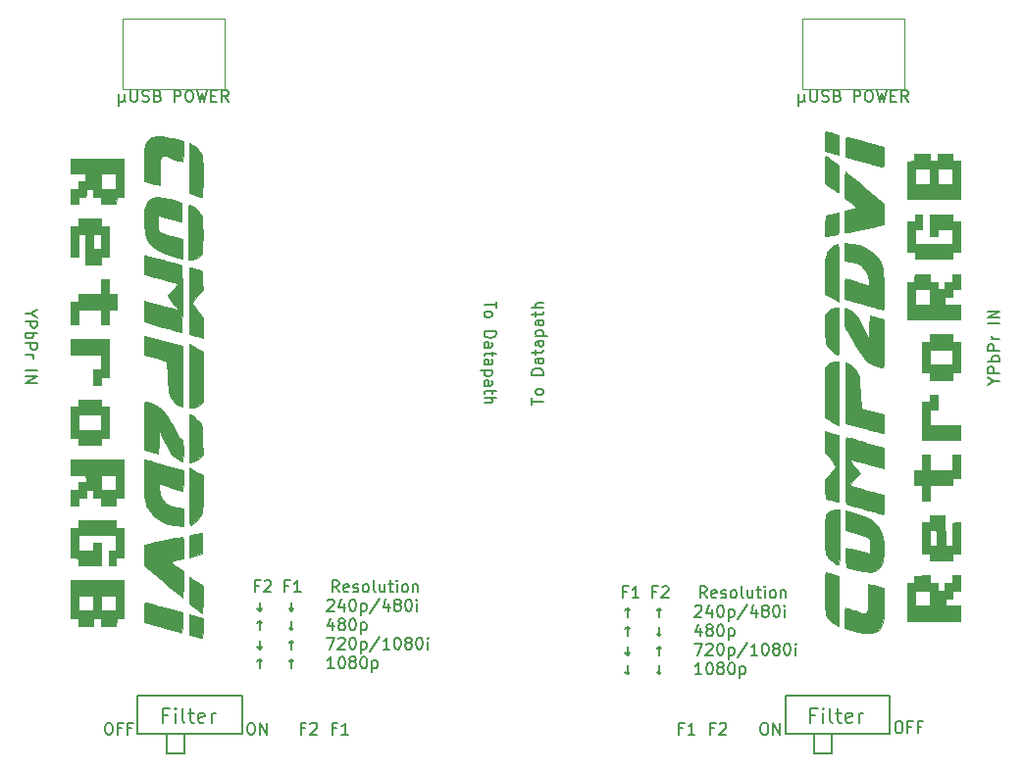
<source format=gto>
G04 #@! TF.GenerationSoftware,KiCad,Pcbnew,(5.1.0)-1*
G04 #@! TF.CreationDate,2019-06-11T15:23:58-04:00*
G04 #@! TF.ProjectId,top and bottom case,746f7020-616e-4642-9062-6f74746f6d20,rev?*
G04 #@! TF.SameCoordinates,PX528a7e4PY5879c7c*
G04 #@! TF.FileFunction,Legend,Top*
G04 #@! TF.FilePolarity,Positive*
%FSLAX46Y46*%
G04 Gerber Fmt 4.6, Leading zero omitted, Abs format (unit mm)*
G04 Created by KiCad (PCBNEW (5.1.0)-1) date 2019-06-11 15:23:58*
%MOMM*%
%LPD*%
G04 APERTURE LIST*
%ADD10C,0.150000*%
%ADD11C,0.010000*%
%ADD12C,0.050000*%
%ADD13C,0.127000*%
G04 APERTURE END LIST*
D10*
X64678690Y1476739D02*
X65154880Y1476739D01*
X64154880Y1143405D02*
X64678690Y1476739D01*
X64154880Y1810072D01*
X65154880Y2143405D02*
X64154880Y2143405D01*
X64154880Y2524358D01*
X64202500Y2619596D01*
X64250119Y2667215D01*
X64345357Y2714834D01*
X64488214Y2714834D01*
X64583452Y2667215D01*
X64631071Y2619596D01*
X64678690Y2524358D01*
X64678690Y2143405D01*
X65154880Y3143405D02*
X64154880Y3143405D01*
X64535833Y3143405D02*
X64488214Y3238643D01*
X64488214Y3429120D01*
X64535833Y3524358D01*
X64583452Y3571977D01*
X64678690Y3619596D01*
X64964404Y3619596D01*
X65059642Y3571977D01*
X65107261Y3524358D01*
X65154880Y3429120D01*
X65154880Y3238643D01*
X65107261Y3143405D01*
X65154880Y4048167D02*
X64154880Y4048167D01*
X64154880Y4429120D01*
X64202500Y4524358D01*
X64250119Y4571977D01*
X64345357Y4619596D01*
X64488214Y4619596D01*
X64583452Y4571977D01*
X64631071Y4524358D01*
X64678690Y4429120D01*
X64678690Y4048167D01*
X65154880Y5048167D02*
X64488214Y5048167D01*
X64678690Y5048167D02*
X64583452Y5095786D01*
X64535833Y5143405D01*
X64488214Y5238643D01*
X64488214Y5333881D01*
X65154880Y6429120D02*
X64154880Y6429120D01*
X65154880Y6905310D02*
X64154880Y6905310D01*
X65154880Y7476739D01*
X64154880Y7476739D01*
X-18454691Y7286262D02*
X-18930881Y7286262D01*
X-17930881Y7619596D02*
X-18454691Y7286262D01*
X-17930881Y6952929D01*
X-18930881Y6619596D02*
X-17930881Y6619596D01*
X-17930881Y6238643D01*
X-17978500Y6143405D01*
X-18026120Y6095786D01*
X-18121358Y6048167D01*
X-18264215Y6048167D01*
X-18359453Y6095786D01*
X-18407072Y6143405D01*
X-18454691Y6238643D01*
X-18454691Y6619596D01*
X-18930881Y5619596D02*
X-17930881Y5619596D01*
X-18311834Y5619596D02*
X-18264215Y5524358D01*
X-18264215Y5333881D01*
X-18311834Y5238643D01*
X-18359453Y5191024D01*
X-18454691Y5143405D01*
X-18740405Y5143405D01*
X-18835643Y5191024D01*
X-18883262Y5238643D01*
X-18930881Y5333881D01*
X-18930881Y5524358D01*
X-18883262Y5619596D01*
X-18930881Y4714834D02*
X-17930881Y4714834D01*
X-17930881Y4333881D01*
X-17978500Y4238643D01*
X-18026120Y4191024D01*
X-18121358Y4143405D01*
X-18264215Y4143405D01*
X-18359453Y4191024D01*
X-18407072Y4238643D01*
X-18454691Y4333881D01*
X-18454691Y4714834D01*
X-18930881Y3714834D02*
X-18264215Y3714834D01*
X-18454691Y3714834D02*
X-18359453Y3667215D01*
X-18311834Y3619596D01*
X-18264215Y3524358D01*
X-18264215Y3429120D01*
X-18930881Y2333881D02*
X-17930881Y2333881D01*
X-18930881Y1857691D02*
X-17930881Y1857691D01*
X-18930881Y1286262D01*
X-17930881Y1286262D01*
X21693119Y8325881D02*
X21693119Y7754453D01*
X20693119Y8040167D02*
X21693119Y8040167D01*
X20693119Y7278262D02*
X20740738Y7373500D01*
X20788357Y7421120D01*
X20883595Y7468739D01*
X21169309Y7468739D01*
X21264547Y7421120D01*
X21312166Y7373500D01*
X21359785Y7278262D01*
X21359785Y7135405D01*
X21312166Y7040167D01*
X21264547Y6992548D01*
X21169309Y6944929D01*
X20883595Y6944929D01*
X20788357Y6992548D01*
X20740738Y7040167D01*
X20693119Y7135405D01*
X20693119Y7278262D01*
X20693119Y5754453D02*
X21693119Y5754453D01*
X21693119Y5516358D01*
X21645500Y5373500D01*
X21550261Y5278262D01*
X21455023Y5230643D01*
X21264547Y5183024D01*
X21121690Y5183024D01*
X20931214Y5230643D01*
X20835976Y5278262D01*
X20740738Y5373500D01*
X20693119Y5516358D01*
X20693119Y5754453D01*
X20693119Y4325881D02*
X21216928Y4325881D01*
X21312166Y4373500D01*
X21359785Y4468739D01*
X21359785Y4659215D01*
X21312166Y4754453D01*
X20740738Y4325881D02*
X20693119Y4421120D01*
X20693119Y4659215D01*
X20740738Y4754453D01*
X20835976Y4802072D01*
X20931214Y4802072D01*
X21026452Y4754453D01*
X21074071Y4659215D01*
X21074071Y4421120D01*
X21121690Y4325881D01*
X21359785Y3992548D02*
X21359785Y3611596D01*
X21693119Y3849691D02*
X20835976Y3849691D01*
X20740738Y3802072D01*
X20693119Y3706834D01*
X20693119Y3611596D01*
X20693119Y2849691D02*
X21216928Y2849691D01*
X21312166Y2897310D01*
X21359785Y2992548D01*
X21359785Y3183024D01*
X21312166Y3278262D01*
X20740738Y2849691D02*
X20693119Y2944929D01*
X20693119Y3183024D01*
X20740738Y3278262D01*
X20835976Y3325881D01*
X20931214Y3325881D01*
X21026452Y3278262D01*
X21074071Y3183024D01*
X21074071Y2944929D01*
X21121690Y2849691D01*
X21359785Y2373500D02*
X20359785Y2373500D01*
X21312166Y2373500D02*
X21359785Y2278262D01*
X21359785Y2087786D01*
X21312166Y1992548D01*
X21264547Y1944929D01*
X21169309Y1897310D01*
X20883595Y1897310D01*
X20788357Y1944929D01*
X20740738Y1992548D01*
X20693119Y2087786D01*
X20693119Y2278262D01*
X20740738Y2373500D01*
X20693119Y1040167D02*
X21216928Y1040167D01*
X21312166Y1087786D01*
X21359785Y1183024D01*
X21359785Y1373500D01*
X21312166Y1468739D01*
X20740738Y1040167D02*
X20693119Y1135405D01*
X20693119Y1373500D01*
X20740738Y1468739D01*
X20835976Y1516358D01*
X20931214Y1516358D01*
X21026452Y1468739D01*
X21074071Y1373500D01*
X21074071Y1135405D01*
X21121690Y1040167D01*
X21359785Y706834D02*
X21359785Y325881D01*
X21693119Y563977D02*
X20835976Y563977D01*
X20740738Y516358D01*
X20693119Y421120D01*
X20693119Y325881D01*
X20693119Y-7452D02*
X21693119Y-7452D01*
X20693119Y-436023D02*
X21216928Y-436023D01*
X21312166Y-388404D01*
X21359785Y-293166D01*
X21359785Y-150309D01*
X21312166Y-55071D01*
X21264547Y-7452D01*
X24784880Y-578880D02*
X24784880Y-7452D01*
X25784880Y-293166D02*
X24784880Y-293166D01*
X25784880Y468739D02*
X25737261Y373500D01*
X25689642Y325881D01*
X25594404Y278262D01*
X25308690Y278262D01*
X25213452Y325881D01*
X25165833Y373500D01*
X25118214Y468739D01*
X25118214Y611596D01*
X25165833Y706834D01*
X25213452Y754453D01*
X25308690Y802072D01*
X25594404Y802072D01*
X25689642Y754453D01*
X25737261Y706834D01*
X25784880Y611596D01*
X25784880Y468739D01*
X25784880Y1992548D02*
X24784880Y1992548D01*
X24784880Y2230643D01*
X24832500Y2373500D01*
X24927738Y2468739D01*
X25022976Y2516358D01*
X25213452Y2563977D01*
X25356309Y2563977D01*
X25546785Y2516358D01*
X25642023Y2468739D01*
X25737261Y2373500D01*
X25784880Y2230643D01*
X25784880Y1992548D01*
X25784880Y3421120D02*
X25261071Y3421120D01*
X25165833Y3373500D01*
X25118214Y3278262D01*
X25118214Y3087786D01*
X25165833Y2992548D01*
X25737261Y3421120D02*
X25784880Y3325881D01*
X25784880Y3087786D01*
X25737261Y2992548D01*
X25642023Y2944929D01*
X25546785Y2944929D01*
X25451547Y2992548D01*
X25403928Y3087786D01*
X25403928Y3325881D01*
X25356309Y3421120D01*
X25118214Y3754453D02*
X25118214Y4135405D01*
X24784880Y3897310D02*
X25642023Y3897310D01*
X25737261Y3944929D01*
X25784880Y4040167D01*
X25784880Y4135405D01*
X25784880Y4897310D02*
X25261071Y4897310D01*
X25165833Y4849691D01*
X25118214Y4754453D01*
X25118214Y4563977D01*
X25165833Y4468739D01*
X25737261Y4897310D02*
X25784880Y4802072D01*
X25784880Y4563977D01*
X25737261Y4468739D01*
X25642023Y4421120D01*
X25546785Y4421120D01*
X25451547Y4468739D01*
X25403928Y4563977D01*
X25403928Y4802072D01*
X25356309Y4897310D01*
X25118214Y5373500D02*
X26118214Y5373500D01*
X25165833Y5373500D02*
X25118214Y5468739D01*
X25118214Y5659215D01*
X25165833Y5754453D01*
X25213452Y5802072D01*
X25308690Y5849691D01*
X25594404Y5849691D01*
X25689642Y5802072D01*
X25737261Y5754453D01*
X25784880Y5659215D01*
X25784880Y5468739D01*
X25737261Y5373500D01*
X25784880Y6706834D02*
X25261071Y6706834D01*
X25165833Y6659215D01*
X25118214Y6563977D01*
X25118214Y6373500D01*
X25165833Y6278262D01*
X25737261Y6706834D02*
X25784880Y6611596D01*
X25784880Y6373500D01*
X25737261Y6278262D01*
X25642023Y6230643D01*
X25546785Y6230643D01*
X25451547Y6278262D01*
X25403928Y6373500D01*
X25403928Y6611596D01*
X25356309Y6706834D01*
X25118214Y7040167D02*
X25118214Y7421120D01*
X24784880Y7183024D02*
X25642023Y7183024D01*
X25737261Y7230643D01*
X25784880Y7325881D01*
X25784880Y7421120D01*
X25784880Y7754453D02*
X24784880Y7754453D01*
X25784880Y8183024D02*
X25261071Y8183024D01*
X25165833Y8135405D01*
X25118214Y8040167D01*
X25118214Y7897310D01*
X25165833Y7802072D01*
X25213452Y7754453D01*
X-11810881Y-28090880D02*
X-11620405Y-28090880D01*
X-11525167Y-28138500D01*
X-11429929Y-28233738D01*
X-11382310Y-28424214D01*
X-11382310Y-28757547D01*
X-11429929Y-28948023D01*
X-11525167Y-29043261D01*
X-11620405Y-29090880D01*
X-11810881Y-29090880D01*
X-11906120Y-29043261D01*
X-12001358Y-28948023D01*
X-12048977Y-28757547D01*
X-12048977Y-28424214D01*
X-12001358Y-28233738D01*
X-11906120Y-28138500D01*
X-11810881Y-28090880D01*
X-10620405Y-28567071D02*
X-10953739Y-28567071D01*
X-10953739Y-29090880D02*
X-10953739Y-28090880D01*
X-10477548Y-28090880D01*
X-9763262Y-28567071D02*
X-10096596Y-28567071D01*
X-10096596Y-29090880D02*
X-10096596Y-28090880D01*
X-9620405Y-28090880D01*
X460452Y-28090880D02*
X650928Y-28090880D01*
X746166Y-28138500D01*
X841404Y-28233738D01*
X889023Y-28424214D01*
X889023Y-28757547D01*
X841404Y-28948023D01*
X746166Y-29043261D01*
X650928Y-29090880D01*
X460452Y-29090880D01*
X365214Y-29043261D01*
X269976Y-28948023D01*
X222357Y-28757547D01*
X222357Y-28424214D01*
X269976Y-28233738D01*
X365214Y-28138500D01*
X460452Y-28090880D01*
X1317595Y-29090880D02*
X1317595Y-28090880D01*
X1889023Y-29090880D01*
X1889023Y-28090880D01*
X44779452Y-28090880D02*
X44969928Y-28090880D01*
X45065166Y-28138500D01*
X45160404Y-28233738D01*
X45208023Y-28424214D01*
X45208023Y-28757547D01*
X45160404Y-28948023D01*
X45065166Y-29043261D01*
X44969928Y-29090880D01*
X44779452Y-29090880D01*
X44684214Y-29043261D01*
X44588976Y-28948023D01*
X44541357Y-28757547D01*
X44541357Y-28424214D01*
X44588976Y-28233738D01*
X44684214Y-28138500D01*
X44779452Y-28090880D01*
X45636595Y-29090880D02*
X45636595Y-28090880D01*
X46208023Y-29090880D01*
X46208023Y-28090880D01*
X56384119Y-27963880D02*
X56574595Y-27963880D01*
X56669833Y-28011500D01*
X56765071Y-28106738D01*
X56812690Y-28297214D01*
X56812690Y-28630547D01*
X56765071Y-28821023D01*
X56669833Y-28916261D01*
X56574595Y-28963880D01*
X56384119Y-28963880D01*
X56288880Y-28916261D01*
X56193642Y-28821023D01*
X56146023Y-28630547D01*
X56146023Y-28297214D01*
X56193642Y-28106738D01*
X56288880Y-28011500D01*
X56384119Y-27963880D01*
X57574595Y-28440071D02*
X57241261Y-28440071D01*
X57241261Y-28963880D02*
X57241261Y-27963880D01*
X57717452Y-27963880D01*
X58431738Y-28440071D02*
X58098404Y-28440071D01*
X58098404Y-28963880D02*
X58098404Y-27963880D01*
X58574595Y-27963880D01*
X5202166Y-28567071D02*
X4868833Y-28567071D01*
X4868833Y-29090880D02*
X4868833Y-28090880D01*
X5345023Y-28090880D01*
X5678357Y-28186119D02*
X5725976Y-28138500D01*
X5821214Y-28090880D01*
X6059309Y-28090880D01*
X6154547Y-28138500D01*
X6202166Y-28186119D01*
X6249785Y-28281357D01*
X6249785Y-28376595D01*
X6202166Y-28519452D01*
X5630738Y-29090880D01*
X6249785Y-29090880D01*
X40526166Y-28567071D02*
X40192833Y-28567071D01*
X40192833Y-29090880D02*
X40192833Y-28090880D01*
X40669023Y-28090880D01*
X41002357Y-28186119D02*
X41049976Y-28138500D01*
X41145214Y-28090880D01*
X41383309Y-28090880D01*
X41478547Y-28138500D01*
X41526166Y-28186119D01*
X41573785Y-28281357D01*
X41573785Y-28376595D01*
X41526166Y-28519452D01*
X40954738Y-29090880D01*
X41573785Y-29090880D01*
X7902166Y-28567071D02*
X7568833Y-28567071D01*
X7568833Y-29090880D02*
X7568833Y-28090880D01*
X8045023Y-28090880D01*
X8949785Y-29090880D02*
X8378357Y-29090880D01*
X8664071Y-29090880D02*
X8664071Y-28090880D01*
X8568833Y-28233738D01*
X8473595Y-28328976D01*
X8378357Y-28376595D01*
X37826166Y-28567071D02*
X37492833Y-28567071D01*
X37492833Y-29090880D02*
X37492833Y-28090880D01*
X37969023Y-28090880D01*
X38873785Y-29090880D02*
X38302357Y-29090880D01*
X38588071Y-29090880D02*
X38588071Y-28090880D01*
X38492833Y-28233738D01*
X38397595Y-28328976D01*
X38302357Y-28376595D01*
X1240428Y-16250071D02*
X907095Y-16250071D01*
X907095Y-16773880D02*
X907095Y-15773880D01*
X1383285Y-15773880D01*
X1716619Y-15869119D02*
X1764238Y-15821500D01*
X1859476Y-15773880D01*
X2097571Y-15773880D01*
X2192809Y-15821500D01*
X2240428Y-15869119D01*
X2288047Y-15964357D01*
X2288047Y-16059595D01*
X2240428Y-16202452D01*
X1669000Y-16773880D01*
X2288047Y-16773880D01*
X3811857Y-16250071D02*
X3478523Y-16250071D01*
X3478523Y-16773880D02*
X3478523Y-15773880D01*
X3954714Y-15773880D01*
X4859476Y-16773880D02*
X4288047Y-16773880D01*
X4573761Y-16773880D02*
X4573761Y-15773880D01*
X4478523Y-15916738D01*
X4383285Y-16011976D01*
X4288047Y-16059595D01*
X8145190Y-16773880D02*
X7811857Y-16297690D01*
X7573761Y-16773880D02*
X7573761Y-15773880D01*
X7954714Y-15773880D01*
X8049952Y-15821500D01*
X8097571Y-15869119D01*
X8145190Y-15964357D01*
X8145190Y-16107214D01*
X8097571Y-16202452D01*
X8049952Y-16250071D01*
X7954714Y-16297690D01*
X7573761Y-16297690D01*
X8954714Y-16726261D02*
X8859476Y-16773880D01*
X8669000Y-16773880D01*
X8573761Y-16726261D01*
X8526142Y-16631023D01*
X8526142Y-16250071D01*
X8573761Y-16154833D01*
X8669000Y-16107214D01*
X8859476Y-16107214D01*
X8954714Y-16154833D01*
X9002333Y-16250071D01*
X9002333Y-16345309D01*
X8526142Y-16440547D01*
X9383285Y-16726261D02*
X9478523Y-16773880D01*
X9669000Y-16773880D01*
X9764238Y-16726261D01*
X9811857Y-16631023D01*
X9811857Y-16583404D01*
X9764238Y-16488166D01*
X9669000Y-16440547D01*
X9526142Y-16440547D01*
X9430904Y-16392928D01*
X9383285Y-16297690D01*
X9383285Y-16250071D01*
X9430904Y-16154833D01*
X9526142Y-16107214D01*
X9669000Y-16107214D01*
X9764238Y-16154833D01*
X10383285Y-16773880D02*
X10288047Y-16726261D01*
X10240428Y-16678642D01*
X10192809Y-16583404D01*
X10192809Y-16297690D01*
X10240428Y-16202452D01*
X10288047Y-16154833D01*
X10383285Y-16107214D01*
X10526142Y-16107214D01*
X10621380Y-16154833D01*
X10669000Y-16202452D01*
X10716619Y-16297690D01*
X10716619Y-16583404D01*
X10669000Y-16678642D01*
X10621380Y-16726261D01*
X10526142Y-16773880D01*
X10383285Y-16773880D01*
X11288047Y-16773880D02*
X11192809Y-16726261D01*
X11145190Y-16631023D01*
X11145190Y-15773880D01*
X12097571Y-16107214D02*
X12097571Y-16773880D01*
X11669000Y-16107214D02*
X11669000Y-16631023D01*
X11716619Y-16726261D01*
X11811857Y-16773880D01*
X11954714Y-16773880D01*
X12049952Y-16726261D01*
X12097571Y-16678642D01*
X12430904Y-16107214D02*
X12811857Y-16107214D01*
X12573761Y-15773880D02*
X12573761Y-16631023D01*
X12621380Y-16726261D01*
X12716619Y-16773880D01*
X12811857Y-16773880D01*
X13145190Y-16773880D02*
X13145190Y-16107214D01*
X13145190Y-15773880D02*
X13097571Y-15821500D01*
X13145190Y-15869119D01*
X13192809Y-15821500D01*
X13145190Y-15773880D01*
X13145190Y-15869119D01*
X13764238Y-16773880D02*
X13669000Y-16726261D01*
X13621380Y-16678642D01*
X13573761Y-16583404D01*
X13573761Y-16297690D01*
X13621380Y-16202452D01*
X13669000Y-16154833D01*
X13764238Y-16107214D01*
X13907095Y-16107214D01*
X14002333Y-16154833D01*
X14049952Y-16202452D01*
X14097571Y-16297690D01*
X14097571Y-16583404D01*
X14049952Y-16678642D01*
X14002333Y-16726261D01*
X13907095Y-16773880D01*
X13764238Y-16773880D01*
X14526142Y-16107214D02*
X14526142Y-16773880D01*
X14526142Y-16202452D02*
X14573761Y-16154833D01*
X14669000Y-16107214D01*
X14811857Y-16107214D01*
X14907095Y-16154833D01*
X14954714Y-16250071D01*
X14954714Y-16773880D01*
X1288047Y-17661976D02*
X1288047Y-18423880D01*
X1478523Y-18233404D02*
X1288047Y-18423880D01*
X1097571Y-18233404D01*
X4049952Y-17661976D02*
X4049952Y-18423880D01*
X4240428Y-18233404D02*
X4049952Y-18423880D01*
X3859476Y-18233404D01*
X7145190Y-17519119D02*
X7192809Y-17471500D01*
X7288047Y-17423880D01*
X7526142Y-17423880D01*
X7621380Y-17471500D01*
X7669000Y-17519119D01*
X7716619Y-17614357D01*
X7716619Y-17709595D01*
X7669000Y-17852452D01*
X7097571Y-18423880D01*
X7716619Y-18423880D01*
X8573761Y-17757214D02*
X8573761Y-18423880D01*
X8335666Y-17376261D02*
X8097571Y-18090547D01*
X8716619Y-18090547D01*
X9288047Y-17423880D02*
X9383285Y-17423880D01*
X9478523Y-17471500D01*
X9526142Y-17519119D01*
X9573761Y-17614357D01*
X9621380Y-17804833D01*
X9621380Y-18042928D01*
X9573761Y-18233404D01*
X9526142Y-18328642D01*
X9478523Y-18376261D01*
X9383285Y-18423880D01*
X9288047Y-18423880D01*
X9192809Y-18376261D01*
X9145190Y-18328642D01*
X9097571Y-18233404D01*
X9049952Y-18042928D01*
X9049952Y-17804833D01*
X9097571Y-17614357D01*
X9145190Y-17519119D01*
X9192809Y-17471500D01*
X9288047Y-17423880D01*
X10049952Y-17757214D02*
X10049952Y-18757214D01*
X10049952Y-17804833D02*
X10145190Y-17757214D01*
X10335666Y-17757214D01*
X10430904Y-17804833D01*
X10478523Y-17852452D01*
X10526142Y-17947690D01*
X10526142Y-18233404D01*
X10478523Y-18328642D01*
X10430904Y-18376261D01*
X10335666Y-18423880D01*
X10145190Y-18423880D01*
X10049952Y-18376261D01*
X11669000Y-17376261D02*
X10811857Y-18661976D01*
X12430904Y-17757214D02*
X12430904Y-18423880D01*
X12192809Y-17376261D02*
X11954714Y-18090547D01*
X12573761Y-18090547D01*
X13097571Y-17852452D02*
X13002333Y-17804833D01*
X12954714Y-17757214D01*
X12907095Y-17661976D01*
X12907095Y-17614357D01*
X12954714Y-17519119D01*
X13002333Y-17471500D01*
X13097571Y-17423880D01*
X13288047Y-17423880D01*
X13383285Y-17471500D01*
X13430904Y-17519119D01*
X13478523Y-17614357D01*
X13478523Y-17661976D01*
X13430904Y-17757214D01*
X13383285Y-17804833D01*
X13288047Y-17852452D01*
X13097571Y-17852452D01*
X13002333Y-17900071D01*
X12954714Y-17947690D01*
X12907095Y-18042928D01*
X12907095Y-18233404D01*
X12954714Y-18328642D01*
X13002333Y-18376261D01*
X13097571Y-18423880D01*
X13288047Y-18423880D01*
X13383285Y-18376261D01*
X13430904Y-18328642D01*
X13478523Y-18233404D01*
X13478523Y-18042928D01*
X13430904Y-17947690D01*
X13383285Y-17900071D01*
X13288047Y-17852452D01*
X14097571Y-17423880D02*
X14192809Y-17423880D01*
X14288047Y-17471500D01*
X14335666Y-17519119D01*
X14383285Y-17614357D01*
X14430904Y-17804833D01*
X14430904Y-18042928D01*
X14383285Y-18233404D01*
X14335666Y-18328642D01*
X14288047Y-18376261D01*
X14192809Y-18423880D01*
X14097571Y-18423880D01*
X14002333Y-18376261D01*
X13954714Y-18328642D01*
X13907095Y-18233404D01*
X13859476Y-18042928D01*
X13859476Y-17804833D01*
X13907095Y-17614357D01*
X13954714Y-17519119D01*
X14002333Y-17471500D01*
X14097571Y-17423880D01*
X14859476Y-18423880D02*
X14859476Y-17757214D01*
X14859476Y-17423880D02*
X14811857Y-17471500D01*
X14859476Y-17519119D01*
X14907095Y-17471500D01*
X14859476Y-17423880D01*
X14859476Y-17519119D01*
X1288047Y-20073880D02*
X1288047Y-19311976D01*
X1097571Y-19502452D02*
X1288047Y-19311976D01*
X1478523Y-19502452D01*
X4049952Y-19311976D02*
X4049952Y-20073880D01*
X4240428Y-19883404D02*
X4049952Y-20073880D01*
X3859476Y-19883404D01*
X7621380Y-19407214D02*
X7621380Y-20073880D01*
X7383285Y-19026261D02*
X7145190Y-19740547D01*
X7764238Y-19740547D01*
X8288047Y-19502452D02*
X8192809Y-19454833D01*
X8145190Y-19407214D01*
X8097571Y-19311976D01*
X8097571Y-19264357D01*
X8145190Y-19169119D01*
X8192809Y-19121500D01*
X8288047Y-19073880D01*
X8478523Y-19073880D01*
X8573761Y-19121500D01*
X8621380Y-19169119D01*
X8669000Y-19264357D01*
X8669000Y-19311976D01*
X8621380Y-19407214D01*
X8573761Y-19454833D01*
X8478523Y-19502452D01*
X8288047Y-19502452D01*
X8192809Y-19550071D01*
X8145190Y-19597690D01*
X8097571Y-19692928D01*
X8097571Y-19883404D01*
X8145190Y-19978642D01*
X8192809Y-20026261D01*
X8288047Y-20073880D01*
X8478523Y-20073880D01*
X8573761Y-20026261D01*
X8621380Y-19978642D01*
X8669000Y-19883404D01*
X8669000Y-19692928D01*
X8621380Y-19597690D01*
X8573761Y-19550071D01*
X8478523Y-19502452D01*
X9288047Y-19073880D02*
X9383285Y-19073880D01*
X9478523Y-19121500D01*
X9526142Y-19169119D01*
X9573761Y-19264357D01*
X9621380Y-19454833D01*
X9621380Y-19692928D01*
X9573761Y-19883404D01*
X9526142Y-19978642D01*
X9478523Y-20026261D01*
X9383285Y-20073880D01*
X9288047Y-20073880D01*
X9192809Y-20026261D01*
X9145190Y-19978642D01*
X9097571Y-19883404D01*
X9049952Y-19692928D01*
X9049952Y-19454833D01*
X9097571Y-19264357D01*
X9145190Y-19169119D01*
X9192809Y-19121500D01*
X9288047Y-19073880D01*
X10049952Y-19407214D02*
X10049952Y-20407214D01*
X10049952Y-19454833D02*
X10145190Y-19407214D01*
X10335666Y-19407214D01*
X10430904Y-19454833D01*
X10478523Y-19502452D01*
X10526142Y-19597690D01*
X10526142Y-19883404D01*
X10478523Y-19978642D01*
X10430904Y-20026261D01*
X10335666Y-20073880D01*
X10145190Y-20073880D01*
X10049952Y-20026261D01*
X1288047Y-20961976D02*
X1288047Y-21723880D01*
X1478523Y-21533404D02*
X1288047Y-21723880D01*
X1097571Y-21533404D01*
X4049952Y-21723880D02*
X4049952Y-20961976D01*
X3859476Y-21152452D02*
X4049952Y-20961976D01*
X4240428Y-21152452D01*
X7097571Y-20723880D02*
X7764238Y-20723880D01*
X7335666Y-21723880D01*
X8097571Y-20819119D02*
X8145190Y-20771500D01*
X8240428Y-20723880D01*
X8478523Y-20723880D01*
X8573761Y-20771500D01*
X8621380Y-20819119D01*
X8669000Y-20914357D01*
X8669000Y-21009595D01*
X8621380Y-21152452D01*
X8049952Y-21723880D01*
X8669000Y-21723880D01*
X9288047Y-20723880D02*
X9383285Y-20723880D01*
X9478523Y-20771500D01*
X9526142Y-20819119D01*
X9573761Y-20914357D01*
X9621380Y-21104833D01*
X9621380Y-21342928D01*
X9573761Y-21533404D01*
X9526142Y-21628642D01*
X9478523Y-21676261D01*
X9383285Y-21723880D01*
X9288047Y-21723880D01*
X9192809Y-21676261D01*
X9145190Y-21628642D01*
X9097571Y-21533404D01*
X9049952Y-21342928D01*
X9049952Y-21104833D01*
X9097571Y-20914357D01*
X9145190Y-20819119D01*
X9192809Y-20771500D01*
X9288047Y-20723880D01*
X10049952Y-21057214D02*
X10049952Y-22057214D01*
X10049952Y-21104833D02*
X10145190Y-21057214D01*
X10335666Y-21057214D01*
X10430904Y-21104833D01*
X10478523Y-21152452D01*
X10526142Y-21247690D01*
X10526142Y-21533404D01*
X10478523Y-21628642D01*
X10430904Y-21676261D01*
X10335666Y-21723880D01*
X10145190Y-21723880D01*
X10049952Y-21676261D01*
X11669000Y-20676261D02*
X10811857Y-21961976D01*
X12526142Y-21723880D02*
X11954714Y-21723880D01*
X12240428Y-21723880D02*
X12240428Y-20723880D01*
X12145190Y-20866738D01*
X12049952Y-20961976D01*
X11954714Y-21009595D01*
X13145190Y-20723880D02*
X13240428Y-20723880D01*
X13335666Y-20771500D01*
X13383285Y-20819119D01*
X13430904Y-20914357D01*
X13478523Y-21104833D01*
X13478523Y-21342928D01*
X13430904Y-21533404D01*
X13383285Y-21628642D01*
X13335666Y-21676261D01*
X13240428Y-21723880D01*
X13145190Y-21723880D01*
X13049952Y-21676261D01*
X13002333Y-21628642D01*
X12954714Y-21533404D01*
X12907095Y-21342928D01*
X12907095Y-21104833D01*
X12954714Y-20914357D01*
X13002333Y-20819119D01*
X13049952Y-20771500D01*
X13145190Y-20723880D01*
X14049952Y-21152452D02*
X13954714Y-21104833D01*
X13907095Y-21057214D01*
X13859476Y-20961976D01*
X13859476Y-20914357D01*
X13907095Y-20819119D01*
X13954714Y-20771500D01*
X14049952Y-20723880D01*
X14240428Y-20723880D01*
X14335666Y-20771500D01*
X14383285Y-20819119D01*
X14430904Y-20914357D01*
X14430904Y-20961976D01*
X14383285Y-21057214D01*
X14335666Y-21104833D01*
X14240428Y-21152452D01*
X14049952Y-21152452D01*
X13954714Y-21200071D01*
X13907095Y-21247690D01*
X13859476Y-21342928D01*
X13859476Y-21533404D01*
X13907095Y-21628642D01*
X13954714Y-21676261D01*
X14049952Y-21723880D01*
X14240428Y-21723880D01*
X14335666Y-21676261D01*
X14383285Y-21628642D01*
X14430904Y-21533404D01*
X14430904Y-21342928D01*
X14383285Y-21247690D01*
X14335666Y-21200071D01*
X14240428Y-21152452D01*
X15049952Y-20723880D02*
X15145190Y-20723880D01*
X15240428Y-20771500D01*
X15288047Y-20819119D01*
X15335666Y-20914357D01*
X15383285Y-21104833D01*
X15383285Y-21342928D01*
X15335666Y-21533404D01*
X15288047Y-21628642D01*
X15240428Y-21676261D01*
X15145190Y-21723880D01*
X15049952Y-21723880D01*
X14954714Y-21676261D01*
X14907095Y-21628642D01*
X14859476Y-21533404D01*
X14811857Y-21342928D01*
X14811857Y-21104833D01*
X14859476Y-20914357D01*
X14907095Y-20819119D01*
X14954714Y-20771500D01*
X15049952Y-20723880D01*
X15811857Y-21723880D02*
X15811857Y-21057214D01*
X15811857Y-20723880D02*
X15764238Y-20771500D01*
X15811857Y-20819119D01*
X15859476Y-20771500D01*
X15811857Y-20723880D01*
X15811857Y-20819119D01*
X1288047Y-23373880D02*
X1288047Y-22611976D01*
X1097571Y-22802452D02*
X1288047Y-22611976D01*
X1478523Y-22802452D01*
X4049952Y-23373880D02*
X4049952Y-22611976D01*
X3859476Y-22802452D02*
X4049952Y-22611976D01*
X4240428Y-22802452D01*
X7716619Y-23373880D02*
X7145190Y-23373880D01*
X7430904Y-23373880D02*
X7430904Y-22373880D01*
X7335666Y-22516738D01*
X7240428Y-22611976D01*
X7145190Y-22659595D01*
X8335666Y-22373880D02*
X8430904Y-22373880D01*
X8526142Y-22421500D01*
X8573761Y-22469119D01*
X8621380Y-22564357D01*
X8669000Y-22754833D01*
X8669000Y-22992928D01*
X8621380Y-23183404D01*
X8573761Y-23278642D01*
X8526142Y-23326261D01*
X8430904Y-23373880D01*
X8335666Y-23373880D01*
X8240428Y-23326261D01*
X8192809Y-23278642D01*
X8145190Y-23183404D01*
X8097571Y-22992928D01*
X8097571Y-22754833D01*
X8145190Y-22564357D01*
X8192809Y-22469119D01*
X8240428Y-22421500D01*
X8335666Y-22373880D01*
X9240428Y-22802452D02*
X9145190Y-22754833D01*
X9097571Y-22707214D01*
X9049952Y-22611976D01*
X9049952Y-22564357D01*
X9097571Y-22469119D01*
X9145190Y-22421500D01*
X9240428Y-22373880D01*
X9430904Y-22373880D01*
X9526142Y-22421500D01*
X9573761Y-22469119D01*
X9621380Y-22564357D01*
X9621380Y-22611976D01*
X9573761Y-22707214D01*
X9526142Y-22754833D01*
X9430904Y-22802452D01*
X9240428Y-22802452D01*
X9145190Y-22850071D01*
X9097571Y-22897690D01*
X9049952Y-22992928D01*
X9049952Y-23183404D01*
X9097571Y-23278642D01*
X9145190Y-23326261D01*
X9240428Y-23373880D01*
X9430904Y-23373880D01*
X9526142Y-23326261D01*
X9573761Y-23278642D01*
X9621380Y-23183404D01*
X9621380Y-22992928D01*
X9573761Y-22897690D01*
X9526142Y-22850071D01*
X9430904Y-22802452D01*
X10240428Y-22373880D02*
X10335666Y-22373880D01*
X10430904Y-22421500D01*
X10478523Y-22469119D01*
X10526142Y-22564357D01*
X10573761Y-22754833D01*
X10573761Y-22992928D01*
X10526142Y-23183404D01*
X10478523Y-23278642D01*
X10430904Y-23326261D01*
X10335666Y-23373880D01*
X10240428Y-23373880D01*
X10145190Y-23326261D01*
X10097571Y-23278642D01*
X10049952Y-23183404D01*
X10002333Y-22992928D01*
X10002333Y-22754833D01*
X10049952Y-22564357D01*
X10097571Y-22469119D01*
X10145190Y-22421500D01*
X10240428Y-22373880D01*
X11002333Y-22707214D02*
X11002333Y-23707214D01*
X11002333Y-22754833D02*
X11097571Y-22707214D01*
X11288047Y-22707214D01*
X11383285Y-22754833D01*
X11430904Y-22802452D01*
X11478523Y-22897690D01*
X11478523Y-23183404D01*
X11430904Y-23278642D01*
X11383285Y-23326261D01*
X11288047Y-23373880D01*
X11097571Y-23373880D01*
X11002333Y-23326261D01*
X32986428Y-16758071D02*
X32653095Y-16758071D01*
X32653095Y-17281880D02*
X32653095Y-16281880D01*
X33129285Y-16281880D01*
X34034047Y-17281880D02*
X33462619Y-17281880D01*
X33748333Y-17281880D02*
X33748333Y-16281880D01*
X33653095Y-16424738D01*
X33557857Y-16519976D01*
X33462619Y-16567595D01*
X35557857Y-16758071D02*
X35224523Y-16758071D01*
X35224523Y-17281880D02*
X35224523Y-16281880D01*
X35700714Y-16281880D01*
X36034047Y-16377119D02*
X36081666Y-16329500D01*
X36176904Y-16281880D01*
X36415000Y-16281880D01*
X36510238Y-16329500D01*
X36557857Y-16377119D01*
X36605476Y-16472357D01*
X36605476Y-16567595D01*
X36557857Y-16710452D01*
X35986428Y-17281880D01*
X36605476Y-17281880D01*
X39891190Y-17281880D02*
X39557857Y-16805690D01*
X39319761Y-17281880D02*
X39319761Y-16281880D01*
X39700714Y-16281880D01*
X39795952Y-16329500D01*
X39843571Y-16377119D01*
X39891190Y-16472357D01*
X39891190Y-16615214D01*
X39843571Y-16710452D01*
X39795952Y-16758071D01*
X39700714Y-16805690D01*
X39319761Y-16805690D01*
X40700714Y-17234261D02*
X40605476Y-17281880D01*
X40415000Y-17281880D01*
X40319761Y-17234261D01*
X40272142Y-17139023D01*
X40272142Y-16758071D01*
X40319761Y-16662833D01*
X40415000Y-16615214D01*
X40605476Y-16615214D01*
X40700714Y-16662833D01*
X40748333Y-16758071D01*
X40748333Y-16853309D01*
X40272142Y-16948547D01*
X41129285Y-17234261D02*
X41224523Y-17281880D01*
X41415000Y-17281880D01*
X41510238Y-17234261D01*
X41557857Y-17139023D01*
X41557857Y-17091404D01*
X41510238Y-16996166D01*
X41415000Y-16948547D01*
X41272142Y-16948547D01*
X41176904Y-16900928D01*
X41129285Y-16805690D01*
X41129285Y-16758071D01*
X41176904Y-16662833D01*
X41272142Y-16615214D01*
X41415000Y-16615214D01*
X41510238Y-16662833D01*
X42129285Y-17281880D02*
X42034047Y-17234261D01*
X41986428Y-17186642D01*
X41938809Y-17091404D01*
X41938809Y-16805690D01*
X41986428Y-16710452D01*
X42034047Y-16662833D01*
X42129285Y-16615214D01*
X42272142Y-16615214D01*
X42367380Y-16662833D01*
X42415000Y-16710452D01*
X42462619Y-16805690D01*
X42462619Y-17091404D01*
X42415000Y-17186642D01*
X42367380Y-17234261D01*
X42272142Y-17281880D01*
X42129285Y-17281880D01*
X43034047Y-17281880D02*
X42938809Y-17234261D01*
X42891190Y-17139023D01*
X42891190Y-16281880D01*
X43843571Y-16615214D02*
X43843571Y-17281880D01*
X43415000Y-16615214D02*
X43415000Y-17139023D01*
X43462619Y-17234261D01*
X43557857Y-17281880D01*
X43700714Y-17281880D01*
X43795952Y-17234261D01*
X43843571Y-17186642D01*
X44176904Y-16615214D02*
X44557857Y-16615214D01*
X44319761Y-16281880D02*
X44319761Y-17139023D01*
X44367380Y-17234261D01*
X44462619Y-17281880D01*
X44557857Y-17281880D01*
X44891190Y-17281880D02*
X44891190Y-16615214D01*
X44891190Y-16281880D02*
X44843571Y-16329500D01*
X44891190Y-16377119D01*
X44938809Y-16329500D01*
X44891190Y-16281880D01*
X44891190Y-16377119D01*
X45510238Y-17281880D02*
X45415000Y-17234261D01*
X45367380Y-17186642D01*
X45319761Y-17091404D01*
X45319761Y-16805690D01*
X45367380Y-16710452D01*
X45415000Y-16662833D01*
X45510238Y-16615214D01*
X45653095Y-16615214D01*
X45748333Y-16662833D01*
X45795952Y-16710452D01*
X45843571Y-16805690D01*
X45843571Y-17091404D01*
X45795952Y-17186642D01*
X45748333Y-17234261D01*
X45653095Y-17281880D01*
X45510238Y-17281880D01*
X46272142Y-16615214D02*
X46272142Y-17281880D01*
X46272142Y-16710452D02*
X46319761Y-16662833D01*
X46415000Y-16615214D01*
X46557857Y-16615214D01*
X46653095Y-16662833D01*
X46700714Y-16758071D01*
X46700714Y-17281880D01*
X33034047Y-18931880D02*
X33034047Y-18169976D01*
X32843571Y-18360452D02*
X33034047Y-18169976D01*
X33224523Y-18360452D01*
X35795952Y-18931880D02*
X35795952Y-18169976D01*
X35605476Y-18360452D02*
X35795952Y-18169976D01*
X35986428Y-18360452D01*
X38891190Y-18027119D02*
X38938809Y-17979500D01*
X39034047Y-17931880D01*
X39272142Y-17931880D01*
X39367380Y-17979500D01*
X39415000Y-18027119D01*
X39462619Y-18122357D01*
X39462619Y-18217595D01*
X39415000Y-18360452D01*
X38843571Y-18931880D01*
X39462619Y-18931880D01*
X40319761Y-18265214D02*
X40319761Y-18931880D01*
X40081666Y-17884261D02*
X39843571Y-18598547D01*
X40462619Y-18598547D01*
X41034047Y-17931880D02*
X41129285Y-17931880D01*
X41224523Y-17979500D01*
X41272142Y-18027119D01*
X41319761Y-18122357D01*
X41367380Y-18312833D01*
X41367380Y-18550928D01*
X41319761Y-18741404D01*
X41272142Y-18836642D01*
X41224523Y-18884261D01*
X41129285Y-18931880D01*
X41034047Y-18931880D01*
X40938809Y-18884261D01*
X40891190Y-18836642D01*
X40843571Y-18741404D01*
X40795952Y-18550928D01*
X40795952Y-18312833D01*
X40843571Y-18122357D01*
X40891190Y-18027119D01*
X40938809Y-17979500D01*
X41034047Y-17931880D01*
X41795952Y-18265214D02*
X41795952Y-19265214D01*
X41795952Y-18312833D02*
X41891190Y-18265214D01*
X42081666Y-18265214D01*
X42176904Y-18312833D01*
X42224523Y-18360452D01*
X42272142Y-18455690D01*
X42272142Y-18741404D01*
X42224523Y-18836642D01*
X42176904Y-18884261D01*
X42081666Y-18931880D01*
X41891190Y-18931880D01*
X41795952Y-18884261D01*
X43415000Y-17884261D02*
X42557857Y-19169976D01*
X44176904Y-18265214D02*
X44176904Y-18931880D01*
X43938809Y-17884261D02*
X43700714Y-18598547D01*
X44319761Y-18598547D01*
X44843571Y-18360452D02*
X44748333Y-18312833D01*
X44700714Y-18265214D01*
X44653095Y-18169976D01*
X44653095Y-18122357D01*
X44700714Y-18027119D01*
X44748333Y-17979500D01*
X44843571Y-17931880D01*
X45034047Y-17931880D01*
X45129285Y-17979500D01*
X45176904Y-18027119D01*
X45224523Y-18122357D01*
X45224523Y-18169976D01*
X45176904Y-18265214D01*
X45129285Y-18312833D01*
X45034047Y-18360452D01*
X44843571Y-18360452D01*
X44748333Y-18408071D01*
X44700714Y-18455690D01*
X44653095Y-18550928D01*
X44653095Y-18741404D01*
X44700714Y-18836642D01*
X44748333Y-18884261D01*
X44843571Y-18931880D01*
X45034047Y-18931880D01*
X45129285Y-18884261D01*
X45176904Y-18836642D01*
X45224523Y-18741404D01*
X45224523Y-18550928D01*
X45176904Y-18455690D01*
X45129285Y-18408071D01*
X45034047Y-18360452D01*
X45843571Y-17931880D02*
X45938809Y-17931880D01*
X46034047Y-17979500D01*
X46081666Y-18027119D01*
X46129285Y-18122357D01*
X46176904Y-18312833D01*
X46176904Y-18550928D01*
X46129285Y-18741404D01*
X46081666Y-18836642D01*
X46034047Y-18884261D01*
X45938809Y-18931880D01*
X45843571Y-18931880D01*
X45748333Y-18884261D01*
X45700714Y-18836642D01*
X45653095Y-18741404D01*
X45605476Y-18550928D01*
X45605476Y-18312833D01*
X45653095Y-18122357D01*
X45700714Y-18027119D01*
X45748333Y-17979500D01*
X45843571Y-17931880D01*
X46605476Y-18931880D02*
X46605476Y-18265214D01*
X46605476Y-17931880D02*
X46557857Y-17979500D01*
X46605476Y-18027119D01*
X46653095Y-17979500D01*
X46605476Y-17931880D01*
X46605476Y-18027119D01*
X33034047Y-20581880D02*
X33034047Y-19819976D01*
X32843571Y-20010452D02*
X33034047Y-19819976D01*
X33224523Y-20010452D01*
X35795952Y-19819976D02*
X35795952Y-20581880D01*
X35986428Y-20391404D02*
X35795952Y-20581880D01*
X35605476Y-20391404D01*
X39367380Y-19915214D02*
X39367380Y-20581880D01*
X39129285Y-19534261D02*
X38891190Y-20248547D01*
X39510238Y-20248547D01*
X40034047Y-20010452D02*
X39938809Y-19962833D01*
X39891190Y-19915214D01*
X39843571Y-19819976D01*
X39843571Y-19772357D01*
X39891190Y-19677119D01*
X39938809Y-19629500D01*
X40034047Y-19581880D01*
X40224523Y-19581880D01*
X40319761Y-19629500D01*
X40367380Y-19677119D01*
X40415000Y-19772357D01*
X40415000Y-19819976D01*
X40367380Y-19915214D01*
X40319761Y-19962833D01*
X40224523Y-20010452D01*
X40034047Y-20010452D01*
X39938809Y-20058071D01*
X39891190Y-20105690D01*
X39843571Y-20200928D01*
X39843571Y-20391404D01*
X39891190Y-20486642D01*
X39938809Y-20534261D01*
X40034047Y-20581880D01*
X40224523Y-20581880D01*
X40319761Y-20534261D01*
X40367380Y-20486642D01*
X40415000Y-20391404D01*
X40415000Y-20200928D01*
X40367380Y-20105690D01*
X40319761Y-20058071D01*
X40224523Y-20010452D01*
X41034047Y-19581880D02*
X41129285Y-19581880D01*
X41224523Y-19629500D01*
X41272142Y-19677119D01*
X41319761Y-19772357D01*
X41367380Y-19962833D01*
X41367380Y-20200928D01*
X41319761Y-20391404D01*
X41272142Y-20486642D01*
X41224523Y-20534261D01*
X41129285Y-20581880D01*
X41034047Y-20581880D01*
X40938809Y-20534261D01*
X40891190Y-20486642D01*
X40843571Y-20391404D01*
X40795952Y-20200928D01*
X40795952Y-19962833D01*
X40843571Y-19772357D01*
X40891190Y-19677119D01*
X40938809Y-19629500D01*
X41034047Y-19581880D01*
X41795952Y-19915214D02*
X41795952Y-20915214D01*
X41795952Y-19962833D02*
X41891190Y-19915214D01*
X42081666Y-19915214D01*
X42176904Y-19962833D01*
X42224523Y-20010452D01*
X42272142Y-20105690D01*
X42272142Y-20391404D01*
X42224523Y-20486642D01*
X42176904Y-20534261D01*
X42081666Y-20581880D01*
X41891190Y-20581880D01*
X41795952Y-20534261D01*
X33034047Y-21469976D02*
X33034047Y-22231880D01*
X33224523Y-22041404D02*
X33034047Y-22231880D01*
X32843571Y-22041404D01*
X35795952Y-22231880D02*
X35795952Y-21469976D01*
X35605476Y-21660452D02*
X35795952Y-21469976D01*
X35986428Y-21660452D01*
X38843571Y-21231880D02*
X39510238Y-21231880D01*
X39081666Y-22231880D01*
X39843571Y-21327119D02*
X39891190Y-21279500D01*
X39986428Y-21231880D01*
X40224523Y-21231880D01*
X40319761Y-21279500D01*
X40367380Y-21327119D01*
X40415000Y-21422357D01*
X40415000Y-21517595D01*
X40367380Y-21660452D01*
X39795952Y-22231880D01*
X40415000Y-22231880D01*
X41034047Y-21231880D02*
X41129285Y-21231880D01*
X41224523Y-21279500D01*
X41272142Y-21327119D01*
X41319761Y-21422357D01*
X41367380Y-21612833D01*
X41367380Y-21850928D01*
X41319761Y-22041404D01*
X41272142Y-22136642D01*
X41224523Y-22184261D01*
X41129285Y-22231880D01*
X41034047Y-22231880D01*
X40938809Y-22184261D01*
X40891190Y-22136642D01*
X40843571Y-22041404D01*
X40795952Y-21850928D01*
X40795952Y-21612833D01*
X40843571Y-21422357D01*
X40891190Y-21327119D01*
X40938809Y-21279500D01*
X41034047Y-21231880D01*
X41795952Y-21565214D02*
X41795952Y-22565214D01*
X41795952Y-21612833D02*
X41891190Y-21565214D01*
X42081666Y-21565214D01*
X42176904Y-21612833D01*
X42224523Y-21660452D01*
X42272142Y-21755690D01*
X42272142Y-22041404D01*
X42224523Y-22136642D01*
X42176904Y-22184261D01*
X42081666Y-22231880D01*
X41891190Y-22231880D01*
X41795952Y-22184261D01*
X43415000Y-21184261D02*
X42557857Y-22469976D01*
X44272142Y-22231880D02*
X43700714Y-22231880D01*
X43986428Y-22231880D02*
X43986428Y-21231880D01*
X43891190Y-21374738D01*
X43795952Y-21469976D01*
X43700714Y-21517595D01*
X44891190Y-21231880D02*
X44986428Y-21231880D01*
X45081666Y-21279500D01*
X45129285Y-21327119D01*
X45176904Y-21422357D01*
X45224523Y-21612833D01*
X45224523Y-21850928D01*
X45176904Y-22041404D01*
X45129285Y-22136642D01*
X45081666Y-22184261D01*
X44986428Y-22231880D01*
X44891190Y-22231880D01*
X44795952Y-22184261D01*
X44748333Y-22136642D01*
X44700714Y-22041404D01*
X44653095Y-21850928D01*
X44653095Y-21612833D01*
X44700714Y-21422357D01*
X44748333Y-21327119D01*
X44795952Y-21279500D01*
X44891190Y-21231880D01*
X45795952Y-21660452D02*
X45700714Y-21612833D01*
X45653095Y-21565214D01*
X45605476Y-21469976D01*
X45605476Y-21422357D01*
X45653095Y-21327119D01*
X45700714Y-21279500D01*
X45795952Y-21231880D01*
X45986428Y-21231880D01*
X46081666Y-21279500D01*
X46129285Y-21327119D01*
X46176904Y-21422357D01*
X46176904Y-21469976D01*
X46129285Y-21565214D01*
X46081666Y-21612833D01*
X45986428Y-21660452D01*
X45795952Y-21660452D01*
X45700714Y-21708071D01*
X45653095Y-21755690D01*
X45605476Y-21850928D01*
X45605476Y-22041404D01*
X45653095Y-22136642D01*
X45700714Y-22184261D01*
X45795952Y-22231880D01*
X45986428Y-22231880D01*
X46081666Y-22184261D01*
X46129285Y-22136642D01*
X46176904Y-22041404D01*
X46176904Y-21850928D01*
X46129285Y-21755690D01*
X46081666Y-21708071D01*
X45986428Y-21660452D01*
X46795952Y-21231880D02*
X46891190Y-21231880D01*
X46986428Y-21279500D01*
X47034047Y-21327119D01*
X47081666Y-21422357D01*
X47129285Y-21612833D01*
X47129285Y-21850928D01*
X47081666Y-22041404D01*
X47034047Y-22136642D01*
X46986428Y-22184261D01*
X46891190Y-22231880D01*
X46795952Y-22231880D01*
X46700714Y-22184261D01*
X46653095Y-22136642D01*
X46605476Y-22041404D01*
X46557857Y-21850928D01*
X46557857Y-21612833D01*
X46605476Y-21422357D01*
X46653095Y-21327119D01*
X46700714Y-21279500D01*
X46795952Y-21231880D01*
X47557857Y-22231880D02*
X47557857Y-21565214D01*
X47557857Y-21231880D02*
X47510238Y-21279500D01*
X47557857Y-21327119D01*
X47605476Y-21279500D01*
X47557857Y-21231880D01*
X47557857Y-21327119D01*
X33034047Y-23119976D02*
X33034047Y-23881880D01*
X33224523Y-23691404D02*
X33034047Y-23881880D01*
X32843571Y-23691404D01*
X35795952Y-23119976D02*
X35795952Y-23881880D01*
X35986428Y-23691404D02*
X35795952Y-23881880D01*
X35605476Y-23691404D01*
X39462619Y-23881880D02*
X38891190Y-23881880D01*
X39176904Y-23881880D02*
X39176904Y-22881880D01*
X39081666Y-23024738D01*
X38986428Y-23119976D01*
X38891190Y-23167595D01*
X40081666Y-22881880D02*
X40176904Y-22881880D01*
X40272142Y-22929500D01*
X40319761Y-22977119D01*
X40367380Y-23072357D01*
X40415000Y-23262833D01*
X40415000Y-23500928D01*
X40367380Y-23691404D01*
X40319761Y-23786642D01*
X40272142Y-23834261D01*
X40176904Y-23881880D01*
X40081666Y-23881880D01*
X39986428Y-23834261D01*
X39938809Y-23786642D01*
X39891190Y-23691404D01*
X39843571Y-23500928D01*
X39843571Y-23262833D01*
X39891190Y-23072357D01*
X39938809Y-22977119D01*
X39986428Y-22929500D01*
X40081666Y-22881880D01*
X40986428Y-23310452D02*
X40891190Y-23262833D01*
X40843571Y-23215214D01*
X40795952Y-23119976D01*
X40795952Y-23072357D01*
X40843571Y-22977119D01*
X40891190Y-22929500D01*
X40986428Y-22881880D01*
X41176904Y-22881880D01*
X41272142Y-22929500D01*
X41319761Y-22977119D01*
X41367380Y-23072357D01*
X41367380Y-23119976D01*
X41319761Y-23215214D01*
X41272142Y-23262833D01*
X41176904Y-23310452D01*
X40986428Y-23310452D01*
X40891190Y-23358071D01*
X40843571Y-23405690D01*
X40795952Y-23500928D01*
X40795952Y-23691404D01*
X40843571Y-23786642D01*
X40891190Y-23834261D01*
X40986428Y-23881880D01*
X41176904Y-23881880D01*
X41272142Y-23834261D01*
X41319761Y-23786642D01*
X41367380Y-23691404D01*
X41367380Y-23500928D01*
X41319761Y-23405690D01*
X41272142Y-23358071D01*
X41176904Y-23310452D01*
X41986428Y-22881880D02*
X42081666Y-22881880D01*
X42176904Y-22929500D01*
X42224523Y-22977119D01*
X42272142Y-23072357D01*
X42319761Y-23262833D01*
X42319761Y-23500928D01*
X42272142Y-23691404D01*
X42224523Y-23786642D01*
X42176904Y-23834261D01*
X42081666Y-23881880D01*
X41986428Y-23881880D01*
X41891190Y-23834261D01*
X41843571Y-23786642D01*
X41795952Y-23691404D01*
X41748333Y-23500928D01*
X41748333Y-23262833D01*
X41795952Y-23072357D01*
X41843571Y-22977119D01*
X41891190Y-22929500D01*
X41986428Y-22881880D01*
X42748333Y-23215214D02*
X42748333Y-24215214D01*
X42748333Y-23262833D02*
X42843571Y-23215214D01*
X43034047Y-23215214D01*
X43129285Y-23262833D01*
X43176904Y-23310452D01*
X43224523Y-23405690D01*
X43224523Y-23691404D01*
X43176904Y-23786642D01*
X43129285Y-23834261D01*
X43034047Y-23881880D01*
X42843571Y-23881880D01*
X42748333Y-23834261D01*
D11*
G36*
X-5319012Y20940532D02*
G01*
X-5335710Y20651126D01*
X-5360163Y20469769D01*
X-5381617Y20425833D01*
X-5487301Y20451417D01*
X-5713690Y20520042D01*
X-6021418Y20619516D01*
X-6201833Y20679833D01*
X-6577386Y20806289D01*
X-6825894Y20883900D01*
X-6981173Y20916717D01*
X-7077037Y20908789D01*
X-7147303Y20864167D01*
X-7211785Y20800786D01*
X-7267647Y20714061D01*
X-7306013Y20566632D01*
X-7329751Y20330919D01*
X-7341730Y19979343D01*
X-7344833Y19521607D01*
X-7344833Y18375476D01*
X-7577666Y18432361D01*
X-7795092Y18489020D01*
X-8089697Y18570014D01*
X-8255000Y18616881D01*
X-8699500Y18744516D01*
X-8690833Y20072008D01*
X-8683970Y20549755D01*
X-8670808Y20985640D01*
X-8652957Y21343261D01*
X-8632027Y21586220D01*
X-8620868Y21653500D01*
X-8478246Y22059659D01*
X-8265360Y22352955D01*
X-7968787Y22537454D01*
X-7575107Y22617221D01*
X-7070897Y22596323D01*
X-6442735Y22478827D01*
X-6145375Y22403442D01*
X-5312833Y22179716D01*
X-5312833Y21302775D01*
X-5319012Y20940532D01*
X-5319012Y20940532D01*
G37*
X-5319012Y20940532D02*
X-5335710Y20651126D01*
X-5360163Y20469769D01*
X-5381617Y20425833D01*
X-5487301Y20451417D01*
X-5713690Y20520042D01*
X-6021418Y20619516D01*
X-6201833Y20679833D01*
X-6577386Y20806289D01*
X-6825894Y20883900D01*
X-6981173Y20916717D01*
X-7077037Y20908789D01*
X-7147303Y20864167D01*
X-7211785Y20800786D01*
X-7267647Y20714061D01*
X-7306013Y20566632D01*
X-7329751Y20330919D01*
X-7341730Y19979343D01*
X-7344833Y19521607D01*
X-7344833Y18375476D01*
X-7577666Y18432361D01*
X-7795092Y18489020D01*
X-8089697Y18570014D01*
X-8255000Y18616881D01*
X-8699500Y18744516D01*
X-8690833Y20072008D01*
X-8683970Y20549755D01*
X-8670808Y20985640D01*
X-8652957Y21343261D01*
X-8632027Y21586220D01*
X-8620868Y21653500D01*
X-8478246Y22059659D01*
X-8265360Y22352955D01*
X-7968787Y22537454D01*
X-7575107Y22617221D01*
X-7070897Y22596323D01*
X-6442735Y22478827D01*
X-6145375Y22403442D01*
X-5312833Y22179716D01*
X-5312833Y21302775D01*
X-5319012Y20940532D01*
G36*
X-6011333Y12229719D02*
G01*
X-6781084Y12472168D01*
X-7396495Y12731633D01*
X-7872557Y13025920D01*
X-8224259Y13372834D01*
X-8466594Y13790181D01*
X-8614552Y14295765D01*
X-8683124Y14907393D01*
X-8691864Y15413501D01*
X-8678774Y15789740D01*
X-8650776Y16135709D01*
X-8613243Y16390322D01*
X-8601916Y16436373D01*
X-8446376Y16827547D01*
X-8227943Y17106635D01*
X-7931927Y17277516D01*
X-7543640Y17344070D01*
X-7048390Y17310176D01*
X-6431488Y17179713D01*
X-6117166Y17092552D01*
X-5439833Y16894188D01*
X-5415600Y16077677D01*
X-5412092Y15666130D01*
X-5429059Y15391260D01*
X-5465430Y15267057D01*
X-5478209Y15261167D01*
X-5590894Y15282935D01*
X-5829232Y15341905D01*
X-6156112Y15428573D01*
X-6465088Y15513893D01*
X-6834873Y15611990D01*
X-7145285Y15683608D01*
X-7360003Y15721043D01*
X-7439646Y15720563D01*
X-7475709Y15619343D01*
X-7502171Y15394621D01*
X-7513972Y15092167D01*
X-7514166Y15046678D01*
X-7512123Y14775281D01*
X-7490380Y14575856D01*
X-7425516Y14428487D01*
X-7294112Y14313253D01*
X-7072747Y14210238D01*
X-6738000Y14099523D01*
X-6266451Y13961191D01*
X-6223000Y13948591D01*
X-5397500Y13709113D01*
X-5397499Y12882997D01*
X-5397499Y12056881D01*
X-6011333Y12229719D01*
X-6011333Y12229719D01*
G37*
X-6011333Y12229719D02*
X-6781084Y12472168D01*
X-7396495Y12731633D01*
X-7872557Y13025920D01*
X-8224259Y13372834D01*
X-8466594Y13790181D01*
X-8614552Y14295765D01*
X-8683124Y14907393D01*
X-8691864Y15413501D01*
X-8678774Y15789740D01*
X-8650776Y16135709D01*
X-8613243Y16390322D01*
X-8601916Y16436373D01*
X-8446376Y16827547D01*
X-8227943Y17106635D01*
X-7931927Y17277516D01*
X-7543640Y17344070D01*
X-7048390Y17310176D01*
X-6431488Y17179713D01*
X-6117166Y17092552D01*
X-5439833Y16894188D01*
X-5415600Y16077677D01*
X-5412092Y15666130D01*
X-5429059Y15391260D01*
X-5465430Y15267057D01*
X-5478209Y15261167D01*
X-5590894Y15282935D01*
X-5829232Y15341905D01*
X-6156112Y15428573D01*
X-6465088Y15513893D01*
X-6834873Y15611990D01*
X-7145285Y15683608D01*
X-7360003Y15721043D01*
X-7439646Y15720563D01*
X-7475709Y15619343D01*
X-7502171Y15394621D01*
X-7513972Y15092167D01*
X-7514166Y15046678D01*
X-7512123Y14775281D01*
X-7490380Y14575856D01*
X-7425516Y14428487D01*
X-7294112Y14313253D01*
X-7072747Y14210238D01*
X-6738000Y14099523D01*
X-6266451Y13961191D01*
X-6223000Y13948591D01*
X-5397500Y13709113D01*
X-5397499Y12882997D01*
X-5397499Y12056881D01*
X-6011333Y12229719D01*
G36*
X-5399152Y7888469D02*
G01*
X-5403848Y7267231D01*
X-5411190Y6722540D01*
X-5420785Y6273855D01*
X-5432237Y5940634D01*
X-5445152Y5742336D01*
X-5455819Y5693833D01*
X-5551833Y5715547D01*
X-5784973Y5776050D01*
X-6129329Y5868385D01*
X-6558990Y5985598D01*
X-7048044Y6120731D01*
X-7106819Y6137077D01*
X-8699500Y6580321D01*
X-8699500Y8390119D01*
X-8128000Y8228750D01*
X-7430300Y8032220D01*
X-6879204Y7878231D01*
X-6458574Y7762528D01*
X-6152276Y7680854D01*
X-5944172Y7628954D01*
X-5818129Y7602571D01*
X-5758009Y7597451D01*
X-5748072Y7601039D01*
X-5783946Y7675505D01*
X-5906813Y7847571D01*
X-6093770Y8086008D01*
X-6188183Y8201189D01*
X-6660008Y8769626D01*
X-6192267Y9274842D01*
X-5984607Y9514383D01*
X-5842450Y9708487D01*
X-5788748Y9824607D01*
X-5793846Y9839853D01*
X-5898505Y9884982D01*
X-6131814Y9963373D01*
X-6459005Y10063915D01*
X-6836833Y10173121D01*
X-7271173Y10295326D01*
X-7694021Y10414666D01*
X-8051369Y10515880D01*
X-8255000Y10573888D01*
X-8699500Y10701182D01*
X-8699500Y11539184D01*
X-8694061Y11940110D01*
X-8675892Y12193022D01*
X-8642216Y12318948D01*
X-8593666Y12340228D01*
X-8480272Y12306277D01*
X-8232793Y12235500D01*
X-7880373Y12136124D01*
X-7452155Y12016376D01*
X-7090833Y11915942D01*
X-6620363Y11785312D01*
X-6199576Y11668122D01*
X-5858739Y11572828D01*
X-5628119Y11507889D01*
X-5545666Y11484185D01*
X-5505673Y11462154D01*
X-5473565Y11411317D01*
X-5448486Y11314775D01*
X-5429577Y11155632D01*
X-5415979Y10916987D01*
X-5406835Y10581944D01*
X-5401286Y10133605D01*
X-5398475Y9555071D01*
X-5397541Y8829444D01*
X-5397500Y8566795D01*
X-5399152Y7888469D01*
X-5399152Y7888469D01*
G37*
X-5399152Y7888469D02*
X-5403848Y7267231D01*
X-5411190Y6722540D01*
X-5420785Y6273855D01*
X-5432237Y5940634D01*
X-5445152Y5742336D01*
X-5455819Y5693833D01*
X-5551833Y5715547D01*
X-5784973Y5776050D01*
X-6129329Y5868385D01*
X-6558990Y5985598D01*
X-7048044Y6120731D01*
X-7106819Y6137077D01*
X-8699500Y6580321D01*
X-8699500Y8390119D01*
X-8128000Y8228750D01*
X-7430300Y8032220D01*
X-6879204Y7878231D01*
X-6458574Y7762528D01*
X-6152276Y7680854D01*
X-5944172Y7628954D01*
X-5818129Y7602571D01*
X-5758009Y7597451D01*
X-5748072Y7601039D01*
X-5783946Y7675505D01*
X-5906813Y7847571D01*
X-6093770Y8086008D01*
X-6188183Y8201189D01*
X-6660008Y8769626D01*
X-6192267Y9274842D01*
X-5984607Y9514383D01*
X-5842450Y9708487D01*
X-5788748Y9824607D01*
X-5793846Y9839853D01*
X-5898505Y9884982D01*
X-6131814Y9963373D01*
X-6459005Y10063915D01*
X-6836833Y10173121D01*
X-7271173Y10295326D01*
X-7694021Y10414666D01*
X-8051369Y10515880D01*
X-8255000Y10573888D01*
X-8699500Y10701182D01*
X-8699500Y11539184D01*
X-8694061Y11940110D01*
X-8675892Y12193022D01*
X-8642216Y12318948D01*
X-8593666Y12340228D01*
X-8480272Y12306277D01*
X-8232793Y12235500D01*
X-7880373Y12136124D01*
X-7452155Y12016376D01*
X-7090833Y11915942D01*
X-6620363Y11785312D01*
X-6199576Y11668122D01*
X-5858739Y11572828D01*
X-5628119Y11507889D01*
X-5545666Y11484185D01*
X-5505673Y11462154D01*
X-5473565Y11411317D01*
X-5448486Y11314775D01*
X-5429577Y11155632D01*
X-5415979Y10916987D01*
X-5406835Y10581944D01*
X-5401286Y10133605D01*
X-5398475Y9555071D01*
X-5397541Y8829444D01*
X-5397500Y8566795D01*
X-5399152Y7888469D01*
G36*
X-5649340Y-644233D02*
G01*
X-5935240Y-474379D01*
X-6209890Y-193228D01*
X-6426112Y145041D01*
X-6503205Y336353D01*
X-6542306Y535445D01*
X-6582057Y863651D01*
X-6618576Y1280811D01*
X-6647981Y1746766D01*
X-6655991Y1916679D01*
X-6709833Y3177191D01*
X-7683500Y3446622D01*
X-8657166Y3716052D01*
X-8681399Y4535609D01*
X-8686359Y4884642D01*
X-8680068Y5159704D01*
X-8663933Y5324417D01*
X-8649687Y5355167D01*
X-8554382Y5333699D01*
X-8321741Y5273875D01*
X-7977612Y5182561D01*
X-7547841Y5066625D01*
X-7058276Y4932933D01*
X-6995621Y4915716D01*
X-5397500Y4476264D01*
X-5397499Y1872120D01*
X-5397499Y-732025D01*
X-5649340Y-644233D01*
X-5649340Y-644233D01*
G37*
X-5649340Y-644233D02*
X-5935240Y-474379D01*
X-6209890Y-193228D01*
X-6426112Y145041D01*
X-6503205Y336353D01*
X-6542306Y535445D01*
X-6582057Y863651D01*
X-6618576Y1280811D01*
X-6647981Y1746766D01*
X-6655991Y1916679D01*
X-6709833Y3177191D01*
X-7683500Y3446622D01*
X-8657166Y3716052D01*
X-8681399Y4535609D01*
X-8686359Y4884642D01*
X-8680068Y5159704D01*
X-8663933Y5324417D01*
X-8649687Y5355167D01*
X-8554382Y5333699D01*
X-8321741Y5273875D01*
X-7977612Y5182561D01*
X-7547841Y5066625D01*
X-7058276Y4932933D01*
X-6995621Y4915716D01*
X-5397500Y4476264D01*
X-5397499Y1872120D01*
X-5397499Y-732025D01*
X-5649340Y-644233D01*
G36*
X-5316944Y-4968308D02*
G01*
X-5328053Y-5257461D01*
X-5344319Y-5438509D01*
X-5358539Y-5482167D01*
X-5506639Y-5434044D01*
X-5730785Y-5312489D01*
X-5976316Y-5151722D01*
X-6188569Y-4985961D01*
X-6259073Y-4918421D01*
X-6382725Y-4748139D01*
X-6551772Y-4462507D01*
X-6743939Y-4101399D01*
X-6936406Y-3705871D01*
X-7387166Y-2733909D01*
X-7429500Y-3796398D01*
X-7471833Y-4858887D01*
X-8085666Y-4692129D01*
X-8699500Y-4525371D01*
X-8699500Y-2421435D01*
X-8698258Y-1760494D01*
X-8693809Y-1250443D01*
X-8685070Y-872852D01*
X-8670954Y-609293D01*
X-8650378Y-441334D01*
X-8622257Y-350546D01*
X-8585505Y-318499D01*
X-8575676Y-317500D01*
X-8433882Y-345828D01*
X-8192616Y-419289D01*
X-7964466Y-499854D01*
X-7523024Y-720440D01*
X-7119130Y-1045601D01*
X-6736405Y-1493139D01*
X-6358471Y-2080855D01*
X-6140666Y-2482003D01*
X-5939594Y-2857574D01*
X-5749065Y-3188617D01*
X-5590508Y-3439423D01*
X-5485352Y-3574282D01*
X-5484975Y-3574625D01*
X-5406260Y-3664304D01*
X-5355720Y-3785801D01*
X-5327331Y-3975207D01*
X-5315073Y-4268614D01*
X-5312833Y-4606289D01*
X-5316944Y-4968308D01*
X-5316944Y-4968308D01*
G37*
X-5316944Y-4968308D02*
X-5328053Y-5257461D01*
X-5344319Y-5438509D01*
X-5358539Y-5482167D01*
X-5506639Y-5434044D01*
X-5730785Y-5312489D01*
X-5976316Y-5151722D01*
X-6188569Y-4985961D01*
X-6259073Y-4918421D01*
X-6382725Y-4748139D01*
X-6551772Y-4462507D01*
X-6743939Y-4101399D01*
X-6936406Y-3705871D01*
X-7387166Y-2733909D01*
X-7429500Y-3796398D01*
X-7471833Y-4858887D01*
X-8085666Y-4692129D01*
X-8699500Y-4525371D01*
X-8699500Y-2421435D01*
X-8698258Y-1760494D01*
X-8693809Y-1250443D01*
X-8685070Y-872852D01*
X-8670954Y-609293D01*
X-8650378Y-441334D01*
X-8622257Y-350546D01*
X-8585505Y-318499D01*
X-8575676Y-317500D01*
X-8433882Y-345828D01*
X-8192616Y-419289D01*
X-7964466Y-499854D01*
X-7523024Y-720440D01*
X-7119130Y-1045601D01*
X-6736405Y-1493139D01*
X-6358471Y-2080855D01*
X-6140666Y-2482003D01*
X-5939594Y-2857574D01*
X-5749065Y-3188617D01*
X-5590508Y-3439423D01*
X-5485352Y-3574282D01*
X-5484975Y-3574625D01*
X-5406260Y-3664304D01*
X-5355720Y-3785801D01*
X-5327331Y-3975207D01*
X-5315073Y-4268614D01*
X-5312833Y-4606289D01*
X-5316944Y-4968308D01*
G36*
X-5317698Y-7507881D02*
G01*
X-5330842Y-7797165D01*
X-5350091Y-7978369D01*
X-5366948Y-8022167D01*
X-5465640Y-7998996D01*
X-5690005Y-7936362D01*
X-6003867Y-7844584D01*
X-6277115Y-7762565D01*
X-6647428Y-7650494D01*
X-6967952Y-7553910D01*
X-7197178Y-7485297D01*
X-7281333Y-7460526D01*
X-7372440Y-7459054D01*
X-7416589Y-7547639D01*
X-7429334Y-7762868D01*
X-7429500Y-7808999D01*
X-7351410Y-8315637D01*
X-7127709Y-8755210D01*
X-6774250Y-9111675D01*
X-6306885Y-9368990D01*
X-5748449Y-9510195D01*
X-5312833Y-9567982D01*
X-5312833Y-11094726D01*
X-5921894Y-11043665D01*
X-6639835Y-10901907D01*
X-7291006Y-10605754D01*
X-7863855Y-10160887D01*
X-7997302Y-10022920D01*
X-8191271Y-9801501D01*
X-8342016Y-9596236D01*
X-8455528Y-9381420D01*
X-8537798Y-9131347D01*
X-8594818Y-8820311D01*
X-8632579Y-8422605D01*
X-8657073Y-7912523D01*
X-8674290Y-7264359D01*
X-8677630Y-7103952D01*
X-8689051Y-6507402D01*
X-8694918Y-6059643D01*
X-8693846Y-5740185D01*
X-8684451Y-5528538D01*
X-8665351Y-5404211D01*
X-8635160Y-5346714D01*
X-8592496Y-5335555D01*
X-8558713Y-5343058D01*
X-8430739Y-5380137D01*
X-8168393Y-5455395D01*
X-7800175Y-5560681D01*
X-7354586Y-5687848D01*
X-6860127Y-5828745D01*
X-6858000Y-5829351D01*
X-5312833Y-6269322D01*
X-5312833Y-7145744D01*
X-5317698Y-7507881D01*
X-5317698Y-7507881D01*
G37*
X-5317698Y-7507881D02*
X-5330842Y-7797165D01*
X-5350091Y-7978369D01*
X-5366948Y-8022167D01*
X-5465640Y-7998996D01*
X-5690005Y-7936362D01*
X-6003867Y-7844584D01*
X-6277115Y-7762565D01*
X-6647428Y-7650494D01*
X-6967952Y-7553910D01*
X-7197178Y-7485297D01*
X-7281333Y-7460526D01*
X-7372440Y-7459054D01*
X-7416589Y-7547639D01*
X-7429334Y-7762868D01*
X-7429500Y-7808999D01*
X-7351410Y-8315637D01*
X-7127709Y-8755210D01*
X-6774250Y-9111675D01*
X-6306885Y-9368990D01*
X-5748449Y-9510195D01*
X-5312833Y-9567982D01*
X-5312833Y-11094726D01*
X-5921894Y-11043665D01*
X-6639835Y-10901907D01*
X-7291006Y-10605754D01*
X-7863855Y-10160887D01*
X-7997302Y-10022920D01*
X-8191271Y-9801501D01*
X-8342016Y-9596236D01*
X-8455528Y-9381420D01*
X-8537798Y-9131347D01*
X-8594818Y-8820311D01*
X-8632579Y-8422605D01*
X-8657073Y-7912523D01*
X-8674290Y-7264359D01*
X-8677630Y-7103952D01*
X-8689051Y-6507402D01*
X-8694918Y-6059643D01*
X-8693846Y-5740185D01*
X-8684451Y-5528538D01*
X-8665351Y-5404211D01*
X-8635160Y-5346714D01*
X-8592496Y-5335555D01*
X-8558713Y-5343058D01*
X-8430739Y-5380137D01*
X-8168393Y-5455395D01*
X-7800175Y-5560681D01*
X-7354586Y-5687848D01*
X-6860127Y-5828745D01*
X-6858000Y-5829351D01*
X-5312833Y-6269322D01*
X-5312833Y-7145744D01*
X-5317698Y-7507881D01*
G36*
X-5757333Y-13951286D02*
G01*
X-6100845Y-14037532D01*
X-6285037Y-14114325D01*
X-6314587Y-14206897D01*
X-6194174Y-14340482D01*
X-5928476Y-14540311D01*
X-5873787Y-14579408D01*
X-5312833Y-14979697D01*
X-5312833Y-16122321D01*
X-5317693Y-16537027D01*
X-5331021Y-16880309D01*
X-5350937Y-17122325D01*
X-5375559Y-17233231D01*
X-5383047Y-17236722D01*
X-5464918Y-17176797D01*
X-5658200Y-17023130D01*
X-5944502Y-16790720D01*
X-6305432Y-16494570D01*
X-6722601Y-16149681D01*
X-7076381Y-15855500D01*
X-8699500Y-14502500D01*
X-8699500Y-12692865D01*
X-8255000Y-12595874D01*
X-8010856Y-12543720D01*
X-7671369Y-12472691D01*
X-7268894Y-12389390D01*
X-6835789Y-12300420D01*
X-6404409Y-12212381D01*
X-6007112Y-12131876D01*
X-5676254Y-12065507D01*
X-5444192Y-12019876D01*
X-5343283Y-12001586D01*
X-5341957Y-12001500D01*
X-5330204Y-12080442D01*
X-5320722Y-12294382D01*
X-5314595Y-12608988D01*
X-5312833Y-12924388D01*
X-5312833Y-13847277D01*
X-5757333Y-13951286D01*
X-5757333Y-13951286D01*
G37*
X-5757333Y-13951286D02*
X-6100845Y-14037532D01*
X-6285037Y-14114325D01*
X-6314587Y-14206897D01*
X-6194174Y-14340482D01*
X-5928476Y-14540311D01*
X-5873787Y-14579408D01*
X-5312833Y-14979697D01*
X-5312833Y-16122321D01*
X-5317693Y-16537027D01*
X-5331021Y-16880309D01*
X-5350937Y-17122325D01*
X-5375559Y-17233231D01*
X-5383047Y-17236722D01*
X-5464918Y-17176797D01*
X-5658200Y-17023130D01*
X-5944502Y-16790720D01*
X-6305432Y-16494570D01*
X-6722601Y-16149681D01*
X-7076381Y-15855500D01*
X-8699500Y-14502500D01*
X-8699500Y-12692865D01*
X-8255000Y-12595874D01*
X-8010856Y-12543720D01*
X-7671369Y-12472691D01*
X-7268894Y-12389390D01*
X-6835789Y-12300420D01*
X-6404409Y-12212381D01*
X-6007112Y-12131876D01*
X-5676254Y-12065507D01*
X-5444192Y-12019876D01*
X-5343283Y-12001586D01*
X-5341957Y-12001500D01*
X-5330204Y-12080442D01*
X-5320722Y-12294382D01*
X-5314595Y-12608988D01*
X-5312833Y-12924388D01*
X-5312833Y-13847277D01*
X-5757333Y-13951286D01*
G36*
X-5402622Y-19851187D02*
G01*
X-5419740Y-20114902D01*
X-5451476Y-20251233D01*
X-5500454Y-20281025D01*
X-5503333Y-20280116D01*
X-5615382Y-20247380D01*
X-5863473Y-20178453D01*
X-6220058Y-20080874D01*
X-6657591Y-19962179D01*
X-7148523Y-19829908D01*
X-7154333Y-19828347D01*
X-8699500Y-19413413D01*
X-8699500Y-18533915D01*
X-8697020Y-18139942D01*
X-8686267Y-17887103D01*
X-8662269Y-17747232D01*
X-8620052Y-17692161D01*
X-8554644Y-17693724D01*
X-8551333Y-17694604D01*
X-8424936Y-17729190D01*
X-8164201Y-17800751D01*
X-7798058Y-17901339D01*
X-7355436Y-18023008D01*
X-6900333Y-18148163D01*
X-5397500Y-18561534D01*
X-5397500Y-19439242D01*
X-5402622Y-19851187D01*
X-5402622Y-19851187D01*
G37*
X-5402622Y-19851187D02*
X-5419740Y-20114902D01*
X-5451476Y-20251233D01*
X-5500454Y-20281025D01*
X-5503333Y-20280116D01*
X-5615382Y-20247380D01*
X-5863473Y-20178453D01*
X-6220058Y-20080874D01*
X-6657591Y-19962179D01*
X-7148523Y-19829908D01*
X-7154333Y-19828347D01*
X-8699500Y-19413413D01*
X-8699500Y-18533915D01*
X-8697020Y-18139942D01*
X-8686267Y-17887103D01*
X-8662269Y-17747232D01*
X-8620052Y-17692161D01*
X-8554644Y-17693724D01*
X-8551333Y-17694604D01*
X-8424936Y-17729190D01*
X-8164201Y-17800751D01*
X-7798058Y-17901339D01*
X-7355436Y-18023008D01*
X-6900333Y-18148163D01*
X-5397500Y-18561534D01*
X-5397500Y-19439242D01*
X-5402622Y-19851187D01*
G36*
X-3622499Y13877062D02*
G01*
X-3631963Y13407400D01*
X-3650284Y12992662D01*
X-3677418Y12670182D01*
X-3713322Y12477296D01*
X-3713345Y12477229D01*
X-3893223Y12204246D01*
X-4192656Y12025185D01*
X-4579266Y11959202D01*
X-4588962Y11959167D01*
X-4889500Y11959167D01*
X-4889500Y14329833D01*
X-4886525Y15131394D01*
X-4877551Y15765804D01*
X-4862499Y16235140D01*
X-4841291Y16541481D01*
X-4813849Y16686905D01*
X-4800628Y16700500D01*
X-4569928Y16633646D01*
X-4299039Y16459064D01*
X-4032348Y16215727D01*
X-3814241Y15942610D01*
X-3709553Y15742488D01*
X-3674081Y15558238D01*
X-3647683Y15242235D01*
X-3630316Y14831814D01*
X-3621936Y14364311D01*
X-3622499Y13877062D01*
X-3622499Y13877062D01*
G37*
X-3622499Y13877062D02*
X-3631963Y13407400D01*
X-3650284Y12992662D01*
X-3677418Y12670182D01*
X-3713322Y12477296D01*
X-3713345Y12477229D01*
X-3893223Y12204246D01*
X-4192656Y12025185D01*
X-4579266Y11959202D01*
X-4588962Y11959167D01*
X-4889500Y11959167D01*
X-4889500Y14329833D01*
X-4886525Y15131394D01*
X-4877551Y15765804D01*
X-4862499Y16235140D01*
X-4841291Y16541481D01*
X-4813849Y16686905D01*
X-4800628Y16700500D01*
X-4569928Y16633646D01*
X-4299039Y16459064D01*
X-4032348Y16215727D01*
X-3814241Y15942610D01*
X-3709553Y15742488D01*
X-3674081Y15558238D01*
X-3647683Y15242235D01*
X-3630316Y14831814D01*
X-3621936Y14364311D01*
X-3622499Y13877062D01*
G36*
X-3623624Y18469209D02*
G01*
X-3635771Y17965455D01*
X-3655602Y17612473D01*
X-3682777Y17417127D01*
X-3705444Y17377833D01*
X-3827623Y17399192D01*
X-4058423Y17454701D01*
X-4298111Y17518715D01*
X-4804833Y17659596D01*
X-4804833Y22040458D01*
X-4614333Y21940808D01*
X-4189993Y21671902D01*
X-3899395Y21369796D01*
X-3786916Y21184076D01*
X-3729762Y21057577D01*
X-3687197Y20916156D01*
X-3657114Y20733816D01*
X-3637409Y20484559D01*
X-3625976Y20142389D01*
X-3620709Y19681308D01*
X-3619500Y19116873D01*
X-3623624Y18469209D01*
X-3623624Y18469209D01*
G37*
X-3623624Y18469209D02*
X-3635771Y17965455D01*
X-3655602Y17612473D01*
X-3682777Y17417127D01*
X-3705444Y17377833D01*
X-3827623Y17399192D01*
X-4058423Y17454701D01*
X-4298111Y17518715D01*
X-4804833Y17659596D01*
X-4804833Y22040458D01*
X-4614333Y21940808D01*
X-4189993Y21671902D01*
X-3899395Y21369796D01*
X-3786916Y21184076D01*
X-3729762Y21057577D01*
X-3687197Y20916156D01*
X-3657114Y20733816D01*
X-3637409Y20484559D01*
X-3625976Y20142389D01*
X-3620709Y19681308D01*
X-3619500Y19116873D01*
X-3623624Y18469209D01*
G36*
X-4082047Y8807669D02*
G01*
X-4298470Y8560015D01*
X-4462007Y8356697D01*
X-4545469Y8232094D01*
X-4550833Y8214889D01*
X-4500804Y8119362D01*
X-4367199Y7928225D01*
X-4174738Y7676045D01*
X-4085166Y7563787D01*
X-3619500Y6987440D01*
X-3619500Y5182607D01*
X-3836725Y5237127D01*
X-4059147Y5296624D01*
X-4339371Y5376067D01*
X-4408225Y5396228D01*
X-4762500Y5500809D01*
X-4807060Y11285619D01*
X-4588722Y11230819D01*
X-4365457Y11171146D01*
X-4084720Y11091664D01*
X-4016108Y11071603D01*
X-3661833Y10967187D01*
X-3637547Y10146440D01*
X-3613262Y9325694D01*
X-4082047Y8807669D01*
X-4082047Y8807669D01*
G37*
X-4082047Y8807669D02*
X-4298470Y8560015D01*
X-4462007Y8356697D01*
X-4545469Y8232094D01*
X-4550833Y8214889D01*
X-4500804Y8119362D01*
X-4367199Y7928225D01*
X-4174738Y7676045D01*
X-4085166Y7563787D01*
X-3619500Y6987440D01*
X-3619500Y5182607D01*
X-3836725Y5237127D01*
X-4059147Y5296624D01*
X-4339371Y5376067D01*
X-4408225Y5396228D01*
X-4762500Y5500809D01*
X-4807060Y11285619D01*
X-4588722Y11230819D01*
X-4365457Y11171146D01*
X-4084720Y11091664D01*
X-4016108Y11071603D01*
X-3661833Y10967187D01*
X-3637547Y10146440D01*
X-3613262Y9325694D01*
X-4082047Y8807669D01*
G36*
X-3866987Y-578013D02*
G01*
X-4098759Y-757406D01*
X-4358268Y-822322D01*
X-4459653Y-825500D01*
X-4804833Y-825500D01*
X-4804833Y1926167D01*
X-4803520Y2589479D01*
X-4799795Y3195278D01*
X-4793979Y3723682D01*
X-4786393Y4154807D01*
X-4777358Y4468770D01*
X-4767194Y4645688D01*
X-4760424Y4677833D01*
X-4672639Y4635752D01*
X-4480601Y4524374D01*
X-4222478Y4365998D01*
X-4167758Y4331577D01*
X-3619500Y3985321D01*
X-3619500Y-330525D01*
X-3866987Y-578013D01*
X-3866987Y-578013D01*
G37*
X-3866987Y-578013D02*
X-4098759Y-757406D01*
X-4358268Y-822322D01*
X-4459653Y-825500D01*
X-4804833Y-825500D01*
X-4804833Y1926167D01*
X-4803520Y2589479D01*
X-4799795Y3195278D01*
X-4793979Y3723682D01*
X-4786393Y4154807D01*
X-4777358Y4468770D01*
X-4767194Y4645688D01*
X-4760424Y4677833D01*
X-4672639Y4635752D01*
X-4480601Y4524374D01*
X-4222478Y4365998D01*
X-4167758Y4331577D01*
X-3619500Y3985321D01*
X-3619500Y-330525D01*
X-3866987Y-578013D01*
G36*
X-3848621Y-5143260D02*
G01*
X-4171965Y-5391091D01*
X-4447400Y-5478735D01*
X-4804833Y-5544096D01*
X-4804833Y-3481131D01*
X-4802160Y-2910283D01*
X-4794647Y-2400026D01*
X-4783053Y-1973323D01*
X-4768138Y-1653137D01*
X-4750661Y-1462430D01*
X-4736615Y-1418167D01*
X-4595565Y-1476440D01*
X-4389040Y-1626216D01*
X-4161179Y-1829929D01*
X-3956121Y-2050016D01*
X-3882647Y-2144945D01*
X-3795200Y-2276835D01*
X-3733518Y-2407815D01*
X-3692197Y-2570968D01*
X-3665834Y-2799375D01*
X-3649028Y-3126116D01*
X-3636375Y-3584273D01*
X-3634554Y-3664037D01*
X-3607276Y-4873147D01*
X-3848621Y-5143260D01*
X-3848621Y-5143260D01*
G37*
X-3848621Y-5143260D02*
X-4171965Y-5391091D01*
X-4447400Y-5478735D01*
X-4804833Y-5544096D01*
X-4804833Y-3481131D01*
X-4802160Y-2910283D01*
X-4794647Y-2400026D01*
X-4783053Y-1973323D01*
X-4768138Y-1653137D01*
X-4750661Y-1462430D01*
X-4736615Y-1418167D01*
X-4595565Y-1476440D01*
X-4389040Y-1626216D01*
X-4161179Y-1829929D01*
X-3956121Y-2050016D01*
X-3882647Y-2144945D01*
X-3795200Y-2276835D01*
X-3733518Y-2407815D01*
X-3692197Y-2570968D01*
X-3665834Y-2799375D01*
X-3649028Y-3126116D01*
X-3636375Y-3584273D01*
X-3634554Y-3664037D01*
X-3607276Y-4873147D01*
X-3848621Y-5143260D01*
G36*
X-3620812Y-8834465D02*
G01*
X-3626613Y-9254446D01*
X-3639698Y-9562416D01*
X-3662866Y-9787034D01*
X-3698911Y-9956956D01*
X-3750631Y-10100839D01*
X-3810000Y-10226043D01*
X-3990952Y-10497199D01*
X-4228503Y-10740764D01*
X-4476393Y-10916831D01*
X-4688358Y-10985491D01*
X-4690354Y-10985500D01*
X-4723994Y-10958543D01*
X-4750633Y-10866955D01*
X-4771006Y-10694661D01*
X-4785848Y-10425586D01*
X-4795892Y-10043654D01*
X-4801873Y-9532789D01*
X-4804525Y-8876916D01*
X-4804833Y-8479519D01*
X-4804833Y-5973538D01*
X-4529666Y-6152868D01*
X-4266444Y-6318406D01*
X-3978231Y-6491487D01*
X-3937000Y-6515439D01*
X-3619500Y-6698681D01*
X-3619500Y-8273817D01*
X-3620812Y-8834465D01*
X-3620812Y-8834465D01*
G37*
X-3620812Y-8834465D02*
X-3626613Y-9254446D01*
X-3639698Y-9562416D01*
X-3662866Y-9787034D01*
X-3698911Y-9956956D01*
X-3750631Y-10100839D01*
X-3810000Y-10226043D01*
X-3990952Y-10497199D01*
X-4228503Y-10740764D01*
X-4476393Y-10916831D01*
X-4688358Y-10985491D01*
X-4690354Y-10985500D01*
X-4723994Y-10958543D01*
X-4750633Y-10866955D01*
X-4771006Y-10694661D01*
X-4785848Y-10425586D01*
X-4795892Y-10043654D01*
X-4801873Y-9532789D01*
X-4804525Y-8876916D01*
X-4804833Y-8479519D01*
X-4804833Y-5973538D01*
X-4529666Y-6152868D01*
X-4266444Y-6318406D01*
X-3978231Y-6491487D01*
X-3937000Y-6515439D01*
X-3619500Y-6698681D01*
X-3619500Y-8273817D01*
X-3620812Y-8834465D01*
G36*
X-3637802Y-12567765D02*
G01*
X-3661833Y-13472697D01*
X-4804833Y-13760835D01*
X-4804833Y-12836177D01*
X-4798182Y-12385805D01*
X-4776964Y-12087083D01*
X-4739279Y-11922800D01*
X-4699000Y-11877441D01*
X-4566696Y-11844105D01*
X-4339087Y-11793989D01*
X-4075713Y-11739331D01*
X-3836116Y-11692367D01*
X-3679837Y-11665334D01*
X-3654801Y-11662833D01*
X-3640192Y-11741670D01*
X-3632433Y-11955090D01*
X-3632174Y-12268455D01*
X-3637802Y-12567765D01*
X-3637802Y-12567765D01*
G37*
X-3637802Y-12567765D02*
X-3661833Y-13472697D01*
X-4804833Y-13760835D01*
X-4804833Y-12836177D01*
X-4798182Y-12385805D01*
X-4776964Y-12087083D01*
X-4739279Y-11922800D01*
X-4699000Y-11877441D01*
X-4566696Y-11844105D01*
X-4339087Y-11793989D01*
X-4075713Y-11739331D01*
X-3836116Y-11692367D01*
X-3679837Y-11665334D01*
X-3654801Y-11662833D01*
X-3640192Y-11741670D01*
X-3632433Y-11955090D01*
X-3632174Y-12268455D01*
X-3637802Y-12567765D01*
G36*
X-3622483Y-17852176D02*
G01*
X-3630674Y-18208736D01*
X-3642935Y-18466892D01*
X-3658124Y-18596253D01*
X-3663650Y-18605500D01*
X-3746037Y-18556736D01*
X-3926529Y-18426986D01*
X-4171016Y-18241057D01*
X-4256317Y-18174438D01*
X-4804833Y-17743376D01*
X-4804833Y-16608105D01*
X-4801448Y-16191813D01*
X-4792173Y-15844103D01*
X-4778326Y-15595928D01*
X-4761223Y-15478241D01*
X-4756505Y-15472833D01*
X-4669549Y-15518680D01*
X-4482147Y-15640290D01*
X-4230757Y-15813771D01*
X-4163838Y-15861265D01*
X-3619500Y-16249697D01*
X-3619500Y-17427598D01*
X-3622483Y-17852176D01*
X-3622483Y-17852176D01*
G37*
X-3622483Y-17852176D02*
X-3630674Y-18208736D01*
X-3642935Y-18466892D01*
X-3658124Y-18596253D01*
X-3663650Y-18605500D01*
X-3746037Y-18556736D01*
X-3926529Y-18426986D01*
X-4171016Y-18241057D01*
X-4256317Y-18174438D01*
X-4804833Y-17743376D01*
X-4804833Y-16608105D01*
X-4801448Y-16191813D01*
X-4792173Y-15844103D01*
X-4778326Y-15595928D01*
X-4761223Y-15478241D01*
X-4756505Y-15472833D01*
X-4669549Y-15518680D01*
X-4482147Y-15640290D01*
X-4230757Y-15813771D01*
X-4163838Y-15861265D01*
X-3619500Y-16249697D01*
X-3619500Y-17427598D01*
X-3622483Y-17852176D01*
G36*
X-3627200Y-20313384D02*
G01*
X-3651344Y-20582283D01*
X-3693494Y-20708467D01*
X-3719778Y-20722167D01*
X-3850707Y-20700508D01*
X-4087104Y-20644390D01*
X-4312445Y-20584010D01*
X-4804833Y-20445853D01*
X-4804833Y-18709636D01*
X-4212166Y-18882524D01*
X-3619500Y-19055413D01*
X-3619500Y-19888790D01*
X-3627200Y-20313384D01*
X-3627200Y-20313384D01*
G37*
X-3627200Y-20313384D02*
X-3651344Y-20582283D01*
X-3693494Y-20708467D01*
X-3719778Y-20722167D01*
X-3850707Y-20700508D01*
X-4087104Y-20644390D01*
X-4312445Y-20584010D01*
X-4804833Y-20445853D01*
X-4804833Y-18709636D01*
X-4212166Y-18882524D01*
X-3619500Y-19055413D01*
X-3619500Y-19888790D01*
X-3627200Y-20313384D01*
G36*
X50105200Y22599384D02*
G01*
X50129344Y22868283D01*
X50171494Y22994467D01*
X50197778Y23008167D01*
X50328707Y22986508D01*
X50565104Y22930390D01*
X50790445Y22870010D01*
X51282833Y22731853D01*
X51282833Y20995636D01*
X50690166Y21168524D01*
X50097500Y21341413D01*
X50097500Y22174790D01*
X50105200Y22599384D01*
X50105200Y22599384D01*
G37*
X50105200Y22599384D02*
X50129344Y22868283D01*
X50171494Y22994467D01*
X50197778Y23008167D01*
X50328707Y22986508D01*
X50565104Y22930390D01*
X50790445Y22870010D01*
X51282833Y22731853D01*
X51282833Y20995636D01*
X50690166Y21168524D01*
X50097500Y21341413D01*
X50097500Y22174790D01*
X50105200Y22599384D01*
G36*
X50100483Y20138176D02*
G01*
X50108674Y20494736D01*
X50120935Y20752892D01*
X50136124Y20882253D01*
X50141650Y20891500D01*
X50224037Y20842736D01*
X50404529Y20712986D01*
X50649016Y20527057D01*
X50734317Y20460438D01*
X51282833Y20029376D01*
X51282833Y18894105D01*
X51279448Y18477813D01*
X51270173Y18130103D01*
X51256326Y17881928D01*
X51239223Y17764241D01*
X51234505Y17758833D01*
X51147549Y17804680D01*
X50960147Y17926290D01*
X50708757Y18099771D01*
X50641838Y18147265D01*
X50097500Y18535697D01*
X50097500Y19713598D01*
X50100483Y20138176D01*
X50100483Y20138176D01*
G37*
X50100483Y20138176D02*
X50108674Y20494736D01*
X50120935Y20752892D01*
X50136124Y20882253D01*
X50141650Y20891500D01*
X50224037Y20842736D01*
X50404529Y20712986D01*
X50649016Y20527057D01*
X50734317Y20460438D01*
X51282833Y20029376D01*
X51282833Y18894105D01*
X51279448Y18477813D01*
X51270173Y18130103D01*
X51256326Y17881928D01*
X51239223Y17764241D01*
X51234505Y17758833D01*
X51147549Y17804680D01*
X50960147Y17926290D01*
X50708757Y18099771D01*
X50641838Y18147265D01*
X50097500Y18535697D01*
X50097500Y19713598D01*
X50100483Y20138176D01*
G36*
X50115802Y14853765D02*
G01*
X50139833Y15758697D01*
X51282833Y16046835D01*
X51282833Y15122177D01*
X51276182Y14671805D01*
X51254964Y14373083D01*
X51217279Y14208800D01*
X51177000Y14163441D01*
X51044696Y14130105D01*
X50817087Y14079989D01*
X50553713Y14025331D01*
X50314116Y13978367D01*
X50157837Y13951334D01*
X50132801Y13948833D01*
X50118192Y14027670D01*
X50110433Y14241090D01*
X50110174Y14554455D01*
X50115802Y14853765D01*
X50115802Y14853765D01*
G37*
X50115802Y14853765D02*
X50139833Y15758697D01*
X51282833Y16046835D01*
X51282833Y15122177D01*
X51276182Y14671805D01*
X51254964Y14373083D01*
X51217279Y14208800D01*
X51177000Y14163441D01*
X51044696Y14130105D01*
X50817087Y14079989D01*
X50553713Y14025331D01*
X50314116Y13978367D01*
X50157837Y13951334D01*
X50132801Y13948833D01*
X50118192Y14027670D01*
X50110433Y14241090D01*
X50110174Y14554455D01*
X50115802Y14853765D01*
G36*
X50098812Y11120465D02*
G01*
X50104613Y11540446D01*
X50117698Y11848416D01*
X50140866Y12073034D01*
X50176911Y12242956D01*
X50228631Y12386839D01*
X50288000Y12512043D01*
X50468952Y12783199D01*
X50706503Y13026764D01*
X50954393Y13202831D01*
X51166358Y13271491D01*
X51168354Y13271500D01*
X51201994Y13244543D01*
X51228633Y13152955D01*
X51249006Y12980661D01*
X51263848Y12711586D01*
X51273892Y12329654D01*
X51279873Y11818789D01*
X51282525Y11162916D01*
X51282833Y10765519D01*
X51282833Y8259538D01*
X51007666Y8438868D01*
X50744444Y8604406D01*
X50456231Y8777487D01*
X50415000Y8801439D01*
X50097500Y8984681D01*
X50097500Y10559817D01*
X50098812Y11120465D01*
X50098812Y11120465D01*
G37*
X50098812Y11120465D02*
X50104613Y11540446D01*
X50117698Y11848416D01*
X50140866Y12073034D01*
X50176911Y12242956D01*
X50228631Y12386839D01*
X50288000Y12512043D01*
X50468952Y12783199D01*
X50706503Y13026764D01*
X50954393Y13202831D01*
X51166358Y13271491D01*
X51168354Y13271500D01*
X51201994Y13244543D01*
X51228633Y13152955D01*
X51249006Y12980661D01*
X51263848Y12711586D01*
X51273892Y12329654D01*
X51279873Y11818789D01*
X51282525Y11162916D01*
X51282833Y10765519D01*
X51282833Y8259538D01*
X51007666Y8438868D01*
X50744444Y8604406D01*
X50456231Y8777487D01*
X50415000Y8801439D01*
X50097500Y8984681D01*
X50097500Y10559817D01*
X50098812Y11120465D01*
G36*
X50326621Y7429260D02*
G01*
X50649965Y7677091D01*
X50925400Y7764735D01*
X51282833Y7830096D01*
X51282833Y5767131D01*
X51280160Y5196283D01*
X51272647Y4686026D01*
X51261053Y4259323D01*
X51246138Y3939137D01*
X51228661Y3748430D01*
X51214615Y3704167D01*
X51073565Y3762440D01*
X50867040Y3912216D01*
X50639179Y4115929D01*
X50434121Y4336016D01*
X50360647Y4430945D01*
X50273200Y4562835D01*
X50211518Y4693815D01*
X50170197Y4856968D01*
X50143834Y5085375D01*
X50127028Y5412116D01*
X50114375Y5870273D01*
X50112554Y5950037D01*
X50085276Y7159147D01*
X50326621Y7429260D01*
X50326621Y7429260D01*
G37*
X50326621Y7429260D02*
X50649965Y7677091D01*
X50925400Y7764735D01*
X51282833Y7830096D01*
X51282833Y5767131D01*
X51280160Y5196283D01*
X51272647Y4686026D01*
X51261053Y4259323D01*
X51246138Y3939137D01*
X51228661Y3748430D01*
X51214615Y3704167D01*
X51073565Y3762440D01*
X50867040Y3912216D01*
X50639179Y4115929D01*
X50434121Y4336016D01*
X50360647Y4430945D01*
X50273200Y4562835D01*
X50211518Y4693815D01*
X50170197Y4856968D01*
X50143834Y5085375D01*
X50127028Y5412116D01*
X50114375Y5870273D01*
X50112554Y5950037D01*
X50085276Y7159147D01*
X50326621Y7429260D01*
G36*
X50344987Y2864013D02*
G01*
X50576759Y3043406D01*
X50836268Y3108322D01*
X50937653Y3111500D01*
X51282833Y3111500D01*
X51282833Y359833D01*
X51281520Y-303479D01*
X51277795Y-909278D01*
X51271979Y-1437682D01*
X51264393Y-1868807D01*
X51255358Y-2182770D01*
X51245194Y-2359688D01*
X51238424Y-2391833D01*
X51150639Y-2349752D01*
X50958601Y-2238374D01*
X50700478Y-2079998D01*
X50645758Y-2045577D01*
X50097500Y-1699321D01*
X50097500Y2616525D01*
X50344987Y2864013D01*
X50344987Y2864013D01*
G37*
X50344987Y2864013D02*
X50576759Y3043406D01*
X50836268Y3108322D01*
X50937653Y3111500D01*
X51282833Y3111500D01*
X51282833Y359833D01*
X51281520Y-303479D01*
X51277795Y-909278D01*
X51271979Y-1437682D01*
X51264393Y-1868807D01*
X51255358Y-2182770D01*
X51245194Y-2359688D01*
X51238424Y-2391833D01*
X51150639Y-2349752D01*
X50958601Y-2238374D01*
X50700478Y-2079998D01*
X50645758Y-2045577D01*
X50097500Y-1699321D01*
X50097500Y2616525D01*
X50344987Y2864013D01*
G36*
X50560047Y-6521669D02*
G01*
X50776470Y-6274015D01*
X50940007Y-6070697D01*
X51023469Y-5946094D01*
X51028833Y-5928889D01*
X50978804Y-5833362D01*
X50845199Y-5642225D01*
X50652738Y-5390045D01*
X50563166Y-5277787D01*
X50097500Y-4701440D01*
X50097500Y-2896607D01*
X50314725Y-2951127D01*
X50537147Y-3010624D01*
X50817371Y-3090067D01*
X50886225Y-3110228D01*
X51240500Y-3214809D01*
X51285060Y-8999619D01*
X51066722Y-8944819D01*
X50843457Y-8885146D01*
X50562720Y-8805664D01*
X50494108Y-8785603D01*
X50139833Y-8681187D01*
X50115547Y-7860440D01*
X50091262Y-7039694D01*
X50560047Y-6521669D01*
X50560047Y-6521669D01*
G37*
X50560047Y-6521669D02*
X50776470Y-6274015D01*
X50940007Y-6070697D01*
X51023469Y-5946094D01*
X51028833Y-5928889D01*
X50978804Y-5833362D01*
X50845199Y-5642225D01*
X50652738Y-5390045D01*
X50563166Y-5277787D01*
X50097500Y-4701440D01*
X50097500Y-2896607D01*
X50314725Y-2951127D01*
X50537147Y-3010624D01*
X50817371Y-3090067D01*
X50886225Y-3110228D01*
X51240500Y-3214809D01*
X51285060Y-8999619D01*
X51066722Y-8944819D01*
X50843457Y-8885146D01*
X50562720Y-8805664D01*
X50494108Y-8785603D01*
X50139833Y-8681187D01*
X50115547Y-7860440D01*
X50091262Y-7039694D01*
X50560047Y-6521669D01*
G36*
X50101624Y-16183209D02*
G01*
X50113771Y-15679455D01*
X50133602Y-15326473D01*
X50160777Y-15131127D01*
X50183444Y-15091833D01*
X50305623Y-15113192D01*
X50536423Y-15168701D01*
X50776111Y-15232715D01*
X51282833Y-15373596D01*
X51282833Y-19754458D01*
X51092333Y-19654808D01*
X50667993Y-19385902D01*
X50377395Y-19083796D01*
X50264916Y-18898076D01*
X50207762Y-18771577D01*
X50165197Y-18630156D01*
X50135114Y-18447816D01*
X50115409Y-18198559D01*
X50103976Y-17856389D01*
X50098709Y-17395308D01*
X50097500Y-16830873D01*
X50101624Y-16183209D01*
X50101624Y-16183209D01*
G37*
X50101624Y-16183209D02*
X50113771Y-15679455D01*
X50133602Y-15326473D01*
X50160777Y-15131127D01*
X50183444Y-15091833D01*
X50305623Y-15113192D01*
X50536423Y-15168701D01*
X50776111Y-15232715D01*
X51282833Y-15373596D01*
X51282833Y-19754458D01*
X51092333Y-19654808D01*
X50667993Y-19385902D01*
X50377395Y-19083796D01*
X50264916Y-18898076D01*
X50207762Y-18771577D01*
X50165197Y-18630156D01*
X50135114Y-18447816D01*
X50115409Y-18198559D01*
X50103976Y-17856389D01*
X50098709Y-17395308D01*
X50097500Y-16830873D01*
X50101624Y-16183209D01*
G36*
X50100499Y-11591062D02*
G01*
X50109963Y-11121400D01*
X50128284Y-10706662D01*
X50155418Y-10384182D01*
X50191322Y-10191296D01*
X50191345Y-10191229D01*
X50371223Y-9918246D01*
X50670656Y-9739185D01*
X51057266Y-9673202D01*
X51066962Y-9673167D01*
X51367500Y-9673167D01*
X51367500Y-12043833D01*
X51364525Y-12845394D01*
X51355551Y-13479804D01*
X51340499Y-13949140D01*
X51319291Y-14255481D01*
X51291849Y-14400905D01*
X51278628Y-14414500D01*
X51047928Y-14347646D01*
X50777039Y-14173064D01*
X50510348Y-13929727D01*
X50292241Y-13656610D01*
X50187553Y-13456488D01*
X50152081Y-13272238D01*
X50125683Y-12956235D01*
X50108316Y-12545814D01*
X50099936Y-12078311D01*
X50100499Y-11591062D01*
X50100499Y-11591062D01*
G37*
X50100499Y-11591062D02*
X50109963Y-11121400D01*
X50128284Y-10706662D01*
X50155418Y-10384182D01*
X50191322Y-10191296D01*
X50191345Y-10191229D01*
X50371223Y-9918246D01*
X50670656Y-9739185D01*
X51057266Y-9673202D01*
X51066962Y-9673167D01*
X51367500Y-9673167D01*
X51367500Y-12043833D01*
X51364525Y-12845394D01*
X51355551Y-13479804D01*
X51340499Y-13949140D01*
X51319291Y-14255481D01*
X51291849Y-14400905D01*
X51278628Y-14414500D01*
X51047928Y-14347646D01*
X50777039Y-14173064D01*
X50510348Y-13929727D01*
X50292241Y-13656610D01*
X50187553Y-13456488D01*
X50152081Y-13272238D01*
X50125683Y-12956235D01*
X50108316Y-12545814D01*
X50099936Y-12078311D01*
X50100499Y-11591062D01*
G36*
X51880622Y22137187D02*
G01*
X51897740Y22400902D01*
X51929476Y22537233D01*
X51978454Y22567025D01*
X51981333Y22566116D01*
X52093382Y22533380D01*
X52341473Y22464453D01*
X52698058Y22366874D01*
X53135591Y22248179D01*
X53626523Y22115908D01*
X53632333Y22114347D01*
X55177500Y21699413D01*
X55177500Y20819915D01*
X55175020Y20425942D01*
X55164267Y20173103D01*
X55140269Y20033232D01*
X55098052Y19978161D01*
X55032644Y19979724D01*
X55029333Y19980604D01*
X54902936Y20015190D01*
X54642201Y20086751D01*
X54276058Y20187339D01*
X53833436Y20309008D01*
X53378333Y20434163D01*
X51875500Y20847534D01*
X51875500Y21725242D01*
X51880622Y22137187D01*
X51880622Y22137187D01*
G37*
X51880622Y22137187D02*
X51897740Y22400902D01*
X51929476Y22537233D01*
X51978454Y22567025D01*
X51981333Y22566116D01*
X52093382Y22533380D01*
X52341473Y22464453D01*
X52698058Y22366874D01*
X53135591Y22248179D01*
X53626523Y22115908D01*
X53632333Y22114347D01*
X55177500Y21699413D01*
X55177500Y20819915D01*
X55175020Y20425942D01*
X55164267Y20173103D01*
X55140269Y20033232D01*
X55098052Y19978161D01*
X55032644Y19979724D01*
X55029333Y19980604D01*
X54902936Y20015190D01*
X54642201Y20086751D01*
X54276058Y20187339D01*
X53833436Y20309008D01*
X53378333Y20434163D01*
X51875500Y20847534D01*
X51875500Y21725242D01*
X51880622Y22137187D01*
G36*
X52235333Y16237286D02*
G01*
X52578845Y16323532D01*
X52763037Y16400325D01*
X52792587Y16492897D01*
X52672174Y16626482D01*
X52406476Y16826311D01*
X52351787Y16865408D01*
X51790833Y17265697D01*
X51790833Y18408321D01*
X51795693Y18823027D01*
X51809021Y19166309D01*
X51828937Y19408325D01*
X51853559Y19519231D01*
X51861047Y19522722D01*
X51942918Y19462797D01*
X52136200Y19309130D01*
X52422502Y19076720D01*
X52783432Y18780570D01*
X53200601Y18435681D01*
X53554381Y18141500D01*
X55177500Y16788500D01*
X55177500Y14978865D01*
X54733000Y14881874D01*
X54488856Y14829720D01*
X54149369Y14758691D01*
X53746894Y14675390D01*
X53313789Y14586420D01*
X52882409Y14498381D01*
X52485112Y14417876D01*
X52154254Y14351507D01*
X51922192Y14305876D01*
X51821283Y14287586D01*
X51819957Y14287500D01*
X51808204Y14366442D01*
X51798722Y14580382D01*
X51792595Y14894988D01*
X51790833Y15210388D01*
X51790833Y16133277D01*
X52235333Y16237286D01*
X52235333Y16237286D01*
G37*
X52235333Y16237286D02*
X52578845Y16323532D01*
X52763037Y16400325D01*
X52792587Y16492897D01*
X52672174Y16626482D01*
X52406476Y16826311D01*
X52351787Y16865408D01*
X51790833Y17265697D01*
X51790833Y18408321D01*
X51795693Y18823027D01*
X51809021Y19166309D01*
X51828937Y19408325D01*
X51853559Y19519231D01*
X51861047Y19522722D01*
X51942918Y19462797D01*
X52136200Y19309130D01*
X52422502Y19076720D01*
X52783432Y18780570D01*
X53200601Y18435681D01*
X53554381Y18141500D01*
X55177500Y16788500D01*
X55177500Y14978865D01*
X54733000Y14881874D01*
X54488856Y14829720D01*
X54149369Y14758691D01*
X53746894Y14675390D01*
X53313789Y14586420D01*
X52882409Y14498381D01*
X52485112Y14417876D01*
X52154254Y14351507D01*
X51922192Y14305876D01*
X51821283Y14287586D01*
X51819957Y14287500D01*
X51808204Y14366442D01*
X51798722Y14580382D01*
X51792595Y14894988D01*
X51790833Y15210388D01*
X51790833Y16133277D01*
X52235333Y16237286D01*
G36*
X51795698Y9793881D02*
G01*
X51808842Y10083165D01*
X51828091Y10264369D01*
X51844948Y10308167D01*
X51943640Y10284996D01*
X52168005Y10222362D01*
X52481867Y10130584D01*
X52755115Y10048565D01*
X53125428Y9936494D01*
X53445952Y9839910D01*
X53675178Y9771297D01*
X53759333Y9746526D01*
X53850440Y9745054D01*
X53894589Y9833639D01*
X53907334Y10048868D01*
X53907500Y10094999D01*
X53829410Y10601637D01*
X53605709Y11041210D01*
X53252250Y11397675D01*
X52784885Y11654990D01*
X52226449Y11796195D01*
X51790833Y11853982D01*
X51790833Y13380726D01*
X52399894Y13329665D01*
X53117835Y13187907D01*
X53769006Y12891754D01*
X54341855Y12446887D01*
X54475302Y12308920D01*
X54669271Y12087501D01*
X54820016Y11882236D01*
X54933528Y11667420D01*
X55015798Y11417347D01*
X55072818Y11106311D01*
X55110579Y10708605D01*
X55135073Y10198523D01*
X55152290Y9550359D01*
X55155630Y9389952D01*
X55167051Y8793402D01*
X55172918Y8345643D01*
X55171846Y8026185D01*
X55162451Y7814538D01*
X55143351Y7690211D01*
X55113160Y7632714D01*
X55070496Y7621555D01*
X55036713Y7629058D01*
X54908739Y7666137D01*
X54646393Y7741395D01*
X54278175Y7846681D01*
X53832586Y7973848D01*
X53338127Y8114745D01*
X53336000Y8115351D01*
X51790833Y8555322D01*
X51790833Y9431744D01*
X51795698Y9793881D01*
X51795698Y9793881D01*
G37*
X51795698Y9793881D02*
X51808842Y10083165D01*
X51828091Y10264369D01*
X51844948Y10308167D01*
X51943640Y10284996D01*
X52168005Y10222362D01*
X52481867Y10130584D01*
X52755115Y10048565D01*
X53125428Y9936494D01*
X53445952Y9839910D01*
X53675178Y9771297D01*
X53759333Y9746526D01*
X53850440Y9745054D01*
X53894589Y9833639D01*
X53907334Y10048868D01*
X53907500Y10094999D01*
X53829410Y10601637D01*
X53605709Y11041210D01*
X53252250Y11397675D01*
X52784885Y11654990D01*
X52226449Y11796195D01*
X51790833Y11853982D01*
X51790833Y13380726D01*
X52399894Y13329665D01*
X53117835Y13187907D01*
X53769006Y12891754D01*
X54341855Y12446887D01*
X54475302Y12308920D01*
X54669271Y12087501D01*
X54820016Y11882236D01*
X54933528Y11667420D01*
X55015798Y11417347D01*
X55072818Y11106311D01*
X55110579Y10708605D01*
X55135073Y10198523D01*
X55152290Y9550359D01*
X55155630Y9389952D01*
X55167051Y8793402D01*
X55172918Y8345643D01*
X55171846Y8026185D01*
X55162451Y7814538D01*
X55143351Y7690211D01*
X55113160Y7632714D01*
X55070496Y7621555D01*
X55036713Y7629058D01*
X54908739Y7666137D01*
X54646393Y7741395D01*
X54278175Y7846681D01*
X53832586Y7973848D01*
X53338127Y8114745D01*
X53336000Y8115351D01*
X51790833Y8555322D01*
X51790833Y9431744D01*
X51795698Y9793881D01*
G36*
X51794944Y7254308D02*
G01*
X51806053Y7543461D01*
X51822319Y7724509D01*
X51836539Y7768167D01*
X51984639Y7720044D01*
X52208785Y7598489D01*
X52454316Y7437722D01*
X52666569Y7271961D01*
X52737073Y7204421D01*
X52860725Y7034139D01*
X53029772Y6748507D01*
X53221939Y6387399D01*
X53414406Y5991871D01*
X53865166Y5019909D01*
X53907500Y6082398D01*
X53949833Y7144887D01*
X54563666Y6978129D01*
X55177500Y6811371D01*
X55177500Y4707435D01*
X55176258Y4046494D01*
X55171809Y3536443D01*
X55163070Y3158852D01*
X55148954Y2895293D01*
X55128378Y2727334D01*
X55100257Y2636546D01*
X55063505Y2604499D01*
X55053676Y2603500D01*
X54911882Y2631828D01*
X54670616Y2705289D01*
X54442466Y2785854D01*
X54001024Y3006440D01*
X53597130Y3331601D01*
X53214405Y3779139D01*
X52836471Y4366855D01*
X52618666Y4768003D01*
X52417594Y5143574D01*
X52227065Y5474617D01*
X52068508Y5725423D01*
X51963352Y5860282D01*
X51962975Y5860625D01*
X51884260Y5950304D01*
X51833720Y6071801D01*
X51805331Y6261207D01*
X51793073Y6554614D01*
X51790833Y6892289D01*
X51794944Y7254308D01*
X51794944Y7254308D01*
G37*
X51794944Y7254308D02*
X51806053Y7543461D01*
X51822319Y7724509D01*
X51836539Y7768167D01*
X51984639Y7720044D01*
X52208785Y7598489D01*
X52454316Y7437722D01*
X52666569Y7271961D01*
X52737073Y7204421D01*
X52860725Y7034139D01*
X53029772Y6748507D01*
X53221939Y6387399D01*
X53414406Y5991871D01*
X53865166Y5019909D01*
X53907500Y6082398D01*
X53949833Y7144887D01*
X54563666Y6978129D01*
X55177500Y6811371D01*
X55177500Y4707435D01*
X55176258Y4046494D01*
X55171809Y3536443D01*
X55163070Y3158852D01*
X55148954Y2895293D01*
X55128378Y2727334D01*
X55100257Y2636546D01*
X55063505Y2604499D01*
X55053676Y2603500D01*
X54911882Y2631828D01*
X54670616Y2705289D01*
X54442466Y2785854D01*
X54001024Y3006440D01*
X53597130Y3331601D01*
X53214405Y3779139D01*
X52836471Y4366855D01*
X52618666Y4768003D01*
X52417594Y5143574D01*
X52227065Y5474617D01*
X52068508Y5725423D01*
X51963352Y5860282D01*
X51962975Y5860625D01*
X51884260Y5950304D01*
X51833720Y6071801D01*
X51805331Y6261207D01*
X51793073Y6554614D01*
X51790833Y6892289D01*
X51794944Y7254308D01*
G36*
X52127340Y2930233D02*
G01*
X52413240Y2760379D01*
X52687890Y2479228D01*
X52904112Y2140959D01*
X52981205Y1949647D01*
X53020306Y1750555D01*
X53060057Y1422349D01*
X53096576Y1005189D01*
X53125981Y539234D01*
X53133991Y369321D01*
X53187833Y-891191D01*
X54161500Y-1160622D01*
X55135166Y-1430052D01*
X55159399Y-2249609D01*
X55164359Y-2598642D01*
X55158068Y-2873704D01*
X55141933Y-3038417D01*
X55127687Y-3069167D01*
X55032382Y-3047699D01*
X54799741Y-2987875D01*
X54455612Y-2896561D01*
X54025841Y-2780625D01*
X53536276Y-2646933D01*
X53473621Y-2629716D01*
X51875500Y-2190264D01*
X51875499Y413880D01*
X51875499Y3018025D01*
X52127340Y2930233D01*
X52127340Y2930233D01*
G37*
X52127340Y2930233D02*
X52413240Y2760379D01*
X52687890Y2479228D01*
X52904112Y2140959D01*
X52981205Y1949647D01*
X53020306Y1750555D01*
X53060057Y1422349D01*
X53096576Y1005189D01*
X53125981Y539234D01*
X53133991Y369321D01*
X53187833Y-891191D01*
X54161500Y-1160622D01*
X55135166Y-1430052D01*
X55159399Y-2249609D01*
X55164359Y-2598642D01*
X55158068Y-2873704D01*
X55141933Y-3038417D01*
X55127687Y-3069167D01*
X55032382Y-3047699D01*
X54799741Y-2987875D01*
X54455612Y-2896561D01*
X54025841Y-2780625D01*
X53536276Y-2646933D01*
X53473621Y-2629716D01*
X51875500Y-2190264D01*
X51875499Y413880D01*
X51875499Y3018025D01*
X52127340Y2930233D01*
G36*
X51877152Y-5602469D02*
G01*
X51881848Y-4981231D01*
X51889190Y-4436540D01*
X51898785Y-3987855D01*
X51910237Y-3654634D01*
X51923152Y-3456336D01*
X51933819Y-3407833D01*
X52029833Y-3429547D01*
X52262973Y-3490050D01*
X52607329Y-3582385D01*
X53036990Y-3699598D01*
X53526044Y-3834731D01*
X53584819Y-3851077D01*
X55177500Y-4294321D01*
X55177500Y-6104119D01*
X54606000Y-5942750D01*
X53908300Y-5746220D01*
X53357204Y-5592231D01*
X52936574Y-5476528D01*
X52630276Y-5394854D01*
X52422172Y-5342954D01*
X52296129Y-5316571D01*
X52236009Y-5311451D01*
X52226072Y-5315039D01*
X52261946Y-5389505D01*
X52384813Y-5561571D01*
X52571770Y-5800008D01*
X52666183Y-5915189D01*
X53138008Y-6483626D01*
X52670267Y-6988842D01*
X52462607Y-7228383D01*
X52320450Y-7422487D01*
X52266748Y-7538607D01*
X52271846Y-7553853D01*
X52376505Y-7598982D01*
X52609814Y-7677373D01*
X52937005Y-7777915D01*
X53314833Y-7887121D01*
X53749173Y-8009326D01*
X54172021Y-8128666D01*
X54529369Y-8229880D01*
X54733000Y-8287888D01*
X55177500Y-8415182D01*
X55177500Y-9253184D01*
X55172061Y-9654110D01*
X55153892Y-9907022D01*
X55120216Y-10032948D01*
X55071666Y-10054228D01*
X54958272Y-10020277D01*
X54710793Y-9949500D01*
X54358373Y-9850124D01*
X53930155Y-9730376D01*
X53568833Y-9629942D01*
X53098363Y-9499312D01*
X52677576Y-9382122D01*
X52336739Y-9286828D01*
X52106119Y-9221889D01*
X52023666Y-9198185D01*
X51983673Y-9176154D01*
X51951565Y-9125317D01*
X51926486Y-9028775D01*
X51907577Y-8869632D01*
X51893979Y-8630987D01*
X51884835Y-8295944D01*
X51879286Y-7847605D01*
X51876475Y-7269071D01*
X51875541Y-6543444D01*
X51875500Y-6280795D01*
X51877152Y-5602469D01*
X51877152Y-5602469D01*
G37*
X51877152Y-5602469D02*
X51881848Y-4981231D01*
X51889190Y-4436540D01*
X51898785Y-3987855D01*
X51910237Y-3654634D01*
X51923152Y-3456336D01*
X51933819Y-3407833D01*
X52029833Y-3429547D01*
X52262973Y-3490050D01*
X52607329Y-3582385D01*
X53036990Y-3699598D01*
X53526044Y-3834731D01*
X53584819Y-3851077D01*
X55177500Y-4294321D01*
X55177500Y-6104119D01*
X54606000Y-5942750D01*
X53908300Y-5746220D01*
X53357204Y-5592231D01*
X52936574Y-5476528D01*
X52630276Y-5394854D01*
X52422172Y-5342954D01*
X52296129Y-5316571D01*
X52236009Y-5311451D01*
X52226072Y-5315039D01*
X52261946Y-5389505D01*
X52384813Y-5561571D01*
X52571770Y-5800008D01*
X52666183Y-5915189D01*
X53138008Y-6483626D01*
X52670267Y-6988842D01*
X52462607Y-7228383D01*
X52320450Y-7422487D01*
X52266748Y-7538607D01*
X52271846Y-7553853D01*
X52376505Y-7598982D01*
X52609814Y-7677373D01*
X52937005Y-7777915D01*
X53314833Y-7887121D01*
X53749173Y-8009326D01*
X54172021Y-8128666D01*
X54529369Y-8229880D01*
X54733000Y-8287888D01*
X55177500Y-8415182D01*
X55177500Y-9253184D01*
X55172061Y-9654110D01*
X55153892Y-9907022D01*
X55120216Y-10032948D01*
X55071666Y-10054228D01*
X54958272Y-10020277D01*
X54710793Y-9949500D01*
X54358373Y-9850124D01*
X53930155Y-9730376D01*
X53568833Y-9629942D01*
X53098363Y-9499312D01*
X52677576Y-9382122D01*
X52336739Y-9286828D01*
X52106119Y-9221889D01*
X52023666Y-9198185D01*
X51983673Y-9176154D01*
X51951565Y-9125317D01*
X51926486Y-9028775D01*
X51907577Y-8869632D01*
X51893979Y-8630987D01*
X51884835Y-8295944D01*
X51879286Y-7847605D01*
X51876475Y-7269071D01*
X51875541Y-6543444D01*
X51875500Y-6280795D01*
X51877152Y-5602469D01*
G36*
X52489333Y-9943719D02*
G01*
X53259084Y-10186168D01*
X53874495Y-10445633D01*
X54350557Y-10739920D01*
X54702259Y-11086834D01*
X54944594Y-11504181D01*
X55092552Y-12009765D01*
X55161124Y-12621393D01*
X55169864Y-13127501D01*
X55156774Y-13503740D01*
X55128776Y-13849709D01*
X55091243Y-14104322D01*
X55079916Y-14150373D01*
X54924376Y-14541547D01*
X54705943Y-14820635D01*
X54409927Y-14991516D01*
X54021640Y-15058070D01*
X53526390Y-15024176D01*
X52909488Y-14893713D01*
X52595166Y-14806552D01*
X51917833Y-14608188D01*
X51893600Y-13791677D01*
X51890092Y-13380130D01*
X51907059Y-13105260D01*
X51943430Y-12981057D01*
X51956209Y-12975167D01*
X52068894Y-12996935D01*
X52307232Y-13055905D01*
X52634112Y-13142573D01*
X52943088Y-13227893D01*
X53312873Y-13325990D01*
X53623285Y-13397608D01*
X53838003Y-13435043D01*
X53917646Y-13434563D01*
X53953709Y-13333343D01*
X53980171Y-13108621D01*
X53991972Y-12806167D01*
X53992166Y-12760678D01*
X53990123Y-12489281D01*
X53968380Y-12289856D01*
X53903516Y-12142487D01*
X53772112Y-12027253D01*
X53550747Y-11924238D01*
X53216000Y-11813523D01*
X52744451Y-11675191D01*
X52701000Y-11662591D01*
X51875500Y-11423113D01*
X51875499Y-10596997D01*
X51875499Y-9770881D01*
X52489333Y-9943719D01*
X52489333Y-9943719D01*
G37*
X52489333Y-9943719D02*
X53259084Y-10186168D01*
X53874495Y-10445633D01*
X54350557Y-10739920D01*
X54702259Y-11086834D01*
X54944594Y-11504181D01*
X55092552Y-12009765D01*
X55161124Y-12621393D01*
X55169864Y-13127501D01*
X55156774Y-13503740D01*
X55128776Y-13849709D01*
X55091243Y-14104322D01*
X55079916Y-14150373D01*
X54924376Y-14541547D01*
X54705943Y-14820635D01*
X54409927Y-14991516D01*
X54021640Y-15058070D01*
X53526390Y-15024176D01*
X52909488Y-14893713D01*
X52595166Y-14806552D01*
X51917833Y-14608188D01*
X51893600Y-13791677D01*
X51890092Y-13380130D01*
X51907059Y-13105260D01*
X51943430Y-12981057D01*
X51956209Y-12975167D01*
X52068894Y-12996935D01*
X52307232Y-13055905D01*
X52634112Y-13142573D01*
X52943088Y-13227893D01*
X53312873Y-13325990D01*
X53623285Y-13397608D01*
X53838003Y-13435043D01*
X53917646Y-13434563D01*
X53953709Y-13333343D01*
X53980171Y-13108621D01*
X53991972Y-12806167D01*
X53992166Y-12760678D01*
X53990123Y-12489281D01*
X53968380Y-12289856D01*
X53903516Y-12142487D01*
X53772112Y-12027253D01*
X53550747Y-11924238D01*
X53216000Y-11813523D01*
X52744451Y-11675191D01*
X52701000Y-11662591D01*
X51875500Y-11423113D01*
X51875499Y-10596997D01*
X51875499Y-9770881D01*
X52489333Y-9943719D01*
G36*
X51797012Y-18654532D02*
G01*
X51813710Y-18365126D01*
X51838163Y-18183769D01*
X51859617Y-18139833D01*
X51965301Y-18165417D01*
X52191690Y-18234042D01*
X52499418Y-18333516D01*
X52679833Y-18393833D01*
X53055386Y-18520289D01*
X53303894Y-18597900D01*
X53459173Y-18630717D01*
X53555037Y-18622789D01*
X53625303Y-18578167D01*
X53689785Y-18514786D01*
X53745647Y-18428061D01*
X53784013Y-18280632D01*
X53807751Y-18044919D01*
X53819730Y-17693343D01*
X53822833Y-17235607D01*
X53822833Y-16089476D01*
X54055666Y-16146361D01*
X54273092Y-16203020D01*
X54567697Y-16284014D01*
X54733000Y-16330881D01*
X55177500Y-16458516D01*
X55168833Y-17786008D01*
X55161970Y-18263755D01*
X55148808Y-18699640D01*
X55130957Y-19057261D01*
X55110027Y-19300220D01*
X55098868Y-19367500D01*
X54956246Y-19773659D01*
X54743360Y-20066955D01*
X54446787Y-20251454D01*
X54053107Y-20331221D01*
X53548897Y-20310323D01*
X52920735Y-20192827D01*
X52623375Y-20117442D01*
X51790833Y-19893716D01*
X51790833Y-19016775D01*
X51797012Y-18654532D01*
X51797012Y-18654532D01*
G37*
X51797012Y-18654532D02*
X51813710Y-18365126D01*
X51838163Y-18183769D01*
X51859617Y-18139833D01*
X51965301Y-18165417D01*
X52191690Y-18234042D01*
X52499418Y-18333516D01*
X52679833Y-18393833D01*
X53055386Y-18520289D01*
X53303894Y-18597900D01*
X53459173Y-18630717D01*
X53555037Y-18622789D01*
X53625303Y-18578167D01*
X53689785Y-18514786D01*
X53745647Y-18428061D01*
X53784013Y-18280632D01*
X53807751Y-18044919D01*
X53819730Y-17693343D01*
X53822833Y-17235607D01*
X53822833Y-16089476D01*
X54055666Y-16146361D01*
X54273092Y-16203020D01*
X54567697Y-16284014D01*
X54733000Y-16330881D01*
X55177500Y-16458516D01*
X55168833Y-17786008D01*
X55161970Y-18263755D01*
X55148808Y-18699640D01*
X55130957Y-19057261D01*
X55110027Y-19300220D01*
X55098868Y-19367500D01*
X54956246Y-19773659D01*
X54743360Y-20066955D01*
X54446787Y-20251454D01*
X54053107Y-20331221D01*
X53548897Y-20310323D01*
X52920735Y-20192827D01*
X52623375Y-20117442D01*
X51790833Y-19893716D01*
X51790833Y-19016775D01*
X51797012Y-18654532D01*
G36*
X-10445253Y19039417D02*
G01*
X-10456333Y17399000D01*
X-11066531Y17374198D01*
X-11091333Y16764000D01*
X-12424833Y16740684D01*
X-12424833Y17377833D01*
X-13059833Y17377833D01*
X-13059833Y18055167D01*
X-13691272Y18055167D01*
X-13703636Y17727083D01*
X-13716000Y17399000D01*
X-14022917Y17386562D01*
X-14329833Y17374124D01*
X-14329833Y16742833D01*
X-15007167Y16742833D01*
X-15007167Y18055167D01*
X-14372167Y18055167D01*
X-14372167Y18732500D01*
X-13737167Y18732500D01*
X-13737167Y19367500D01*
X-15007167Y19367500D01*
X-15007167Y20679833D01*
X-11112500Y20679833D01*
X-11112500Y19367500D01*
X-12382500Y19367500D01*
X-12382500Y18055167D01*
X-11112500Y18055167D01*
X-11112500Y19367500D01*
X-11112500Y20679833D01*
X-10434172Y20679833D01*
X-10445253Y19039417D01*
X-10445253Y19039417D01*
G37*
X-10445253Y19039417D02*
X-10456333Y17399000D01*
X-11066531Y17374198D01*
X-11091333Y16764000D01*
X-12424833Y16740684D01*
X-12424833Y17377833D01*
X-13059833Y17377833D01*
X-13059833Y18055167D01*
X-13691272Y18055167D01*
X-13703636Y17727083D01*
X-13716000Y17399000D01*
X-14022917Y17386562D01*
X-14329833Y17374124D01*
X-14329833Y16742833D01*
X-15007167Y16742833D01*
X-15007167Y18055167D01*
X-14372167Y18055167D01*
X-14372167Y18732500D01*
X-13737167Y18732500D01*
X-13737167Y19367500D01*
X-15007167Y19367500D01*
X-15007167Y20679833D01*
X-11112500Y20679833D01*
X-11112500Y19367500D01*
X-12382500Y19367500D01*
X-12382500Y18055167D01*
X-11112500Y18055167D01*
X-11112500Y19367500D01*
X-11112500Y20679833D01*
X-10434172Y20679833D01*
X-10445253Y19039417D01*
G36*
X-12382500Y12170833D02*
G01*
X-12382500Y11533684D01*
X-13716000Y11557000D01*
X-13738390Y14160500D01*
X-14328273Y14160500D01*
X-14339636Y13176250D01*
X-14351000Y12192000D01*
X-14679083Y12179636D01*
X-15007167Y12167272D01*
X-15007167Y14837833D01*
X-14372167Y14837833D01*
X-14372167Y15472833D01*
X-12424833Y15472833D01*
X-12424833Y14160500D01*
X-12714111Y14160500D01*
X-12863689Y14156492D01*
X-12978098Y14145984D01*
X-13032643Y14131246D01*
X-13032696Y14131193D01*
X-13042326Y14080548D01*
X-13049001Y13961074D01*
X-13052289Y13788572D01*
X-13051759Y13578841D01*
X-13050335Y13485610D01*
X-13038667Y12869333D01*
X-12731750Y12856896D01*
X-12424833Y12844458D01*
X-12424833Y14160500D01*
X-12424833Y15472833D01*
X-12382500Y15472833D01*
X-12382500Y14837833D01*
X-11747500Y14837833D01*
X-11747500Y12170833D01*
X-12382500Y12170833D01*
X-12382500Y12170833D01*
G37*
X-12382500Y12170833D02*
X-12382500Y11533684D01*
X-13716000Y11557000D01*
X-13738390Y14160500D01*
X-14328273Y14160500D01*
X-14339636Y13176250D01*
X-14351000Y12192000D01*
X-14679083Y12179636D01*
X-15007167Y12167272D01*
X-15007167Y14837833D01*
X-14372167Y14837833D01*
X-14372167Y15472833D01*
X-12424833Y15472833D01*
X-12424833Y14160500D01*
X-12714111Y14160500D01*
X-12863689Y14156492D01*
X-12978098Y14145984D01*
X-13032643Y14131246D01*
X-13032696Y14131193D01*
X-13042326Y14080548D01*
X-13049001Y13961074D01*
X-13052289Y13788572D01*
X-13051759Y13578841D01*
X-13050335Y13485610D01*
X-13038667Y12869333D01*
X-12731750Y12856896D01*
X-12424833Y12844458D01*
X-12424833Y14160500D01*
X-12424833Y15472833D01*
X-12382500Y15472833D01*
X-12382500Y14837833D01*
X-11747500Y14837833D01*
X-11747500Y12170833D01*
X-12382500Y12170833D01*
G36*
X-11747500Y7641167D02*
G01*
X-11747500Y6328833D01*
X-12424833Y6328833D01*
X-12424833Y7641167D01*
X-14329833Y7641167D01*
X-14329833Y6328833D01*
X-15007167Y6328833D01*
X-15007167Y8318500D01*
X-14372167Y8318500D01*
X-14372167Y8953500D01*
X-12424833Y8953500D01*
X-12424833Y10265833D01*
X-11747500Y10265833D01*
X-11747500Y8953500D01*
X-11070167Y8953500D01*
X-11070167Y7641167D01*
X-11747500Y7641167D01*
X-11747500Y7641167D01*
G37*
X-11747500Y7641167D02*
X-11747500Y6328833D01*
X-12424833Y6328833D01*
X-12424833Y7641167D01*
X-14329833Y7641167D01*
X-14329833Y6328833D01*
X-15007167Y6328833D01*
X-15007167Y8318500D01*
X-14372167Y8318500D01*
X-14372167Y8953500D01*
X-12424833Y8953500D01*
X-12424833Y10265833D01*
X-11747500Y10265833D01*
X-11747500Y8953500D01*
X-11070167Y8953500D01*
X-11070167Y7641167D01*
X-11747500Y7641167D01*
G36*
X-12382500Y1756833D02*
G01*
X-12382500Y1121833D01*
X-13059833Y1121833D01*
X-13059833Y2434167D01*
X-12424833Y2434167D01*
X-12424833Y3746500D01*
X-15007167Y3746500D01*
X-15007167Y5058833D01*
X-11747500Y5058833D01*
X-11747500Y1756833D01*
X-12382500Y1756833D01*
X-12382500Y1756833D01*
G37*
X-12382500Y1756833D02*
X-12382500Y1121833D01*
X-13059833Y1121833D01*
X-13059833Y2434167D01*
X-12424833Y2434167D01*
X-12424833Y3746500D01*
X-15007167Y3746500D01*
X-15007167Y5058833D01*
X-11747500Y5058833D01*
X-11747500Y1756833D01*
X-12382500Y1756833D01*
G36*
X-12382500Y-3450167D02*
G01*
X-12382500Y-4085167D01*
X-14372167Y-4085167D01*
X-14372167Y-3450167D01*
X-15007167Y-3450167D01*
X-15007167Y-783167D01*
X-14372167Y-783167D01*
X-14372167Y-148167D01*
X-12424833Y-148167D01*
X-12424833Y-1460500D01*
X-14329833Y-1460500D01*
X-14329833Y-2772833D01*
X-12424833Y-2772833D01*
X-12424833Y-1460500D01*
X-12424833Y-148167D01*
X-12382500Y-148167D01*
X-12382500Y-783167D01*
X-11747500Y-783167D01*
X-11747500Y-3450167D01*
X-12382500Y-3450167D01*
X-12382500Y-3450167D01*
G37*
X-12382500Y-3450167D02*
X-12382500Y-4085167D01*
X-14372167Y-4085167D01*
X-14372167Y-3450167D01*
X-15007167Y-3450167D01*
X-15007167Y-783167D01*
X-14372167Y-783167D01*
X-14372167Y-148167D01*
X-12424833Y-148167D01*
X-12424833Y-1460500D01*
X-14329833Y-1460500D01*
X-14329833Y-2772833D01*
X-12424833Y-2772833D01*
X-12424833Y-1460500D01*
X-12424833Y-148167D01*
X-12382500Y-148167D01*
X-12382500Y-783167D01*
X-11747500Y-783167D01*
X-11747500Y-3450167D01*
X-12382500Y-3450167D01*
G36*
X-11091333Y-8636000D02*
G01*
X-11103697Y-8964083D01*
X-11116061Y-9292167D01*
X-12424833Y-9292167D01*
X-12424833Y-8614833D01*
X-13059833Y-8614833D01*
X-13059833Y-7979833D01*
X-13694833Y-7979833D01*
X-13694833Y-8614833D01*
X-14326272Y-8614833D01*
X-14338636Y-8942917D01*
X-14351000Y-9271000D01*
X-14679083Y-9283364D01*
X-15007167Y-9295728D01*
X-15007167Y-7979833D01*
X-14372167Y-7979833D01*
X-14372167Y-7302500D01*
X-13691124Y-7302500D01*
X-13703562Y-6995583D01*
X-13716000Y-6688667D01*
X-14361583Y-6676981D01*
X-15007167Y-6665295D01*
X-15007167Y-5355167D01*
X-11112500Y-5355167D01*
X-11112500Y-6667500D01*
X-12382500Y-6667500D01*
X-12382500Y-7979833D01*
X-11112500Y-7979833D01*
X-11112500Y-6667500D01*
X-11112500Y-5355167D01*
X-10435167Y-5355167D01*
X-10435167Y-8611272D01*
X-11091333Y-8636000D01*
X-11091333Y-8636000D01*
G37*
X-11091333Y-8636000D02*
X-11103697Y-8964083D01*
X-11116061Y-9292167D01*
X-12424833Y-9292167D01*
X-12424833Y-8614833D01*
X-13059833Y-8614833D01*
X-13059833Y-7979833D01*
X-13694833Y-7979833D01*
X-13694833Y-8614833D01*
X-14326272Y-8614833D01*
X-14338636Y-8942917D01*
X-14351000Y-9271000D01*
X-14679083Y-9283364D01*
X-15007167Y-9295728D01*
X-15007167Y-7979833D01*
X-14372167Y-7979833D01*
X-14372167Y-7302500D01*
X-13691124Y-7302500D01*
X-13703562Y-6995583D01*
X-13716000Y-6688667D01*
X-14361583Y-6676981D01*
X-15007167Y-6665295D01*
X-15007167Y-5355167D01*
X-11112500Y-5355167D01*
X-11112500Y-6667500D01*
X-12382500Y-6667500D01*
X-12382500Y-7979833D01*
X-11112500Y-7979833D01*
X-11112500Y-6667500D01*
X-11112500Y-5355167D01*
X-10435167Y-5355167D01*
X-10435167Y-8611272D01*
X-11091333Y-8636000D01*
G36*
X-11112500Y-13821833D02*
G01*
X-11112500Y-14456833D01*
X-11747500Y-14456833D01*
X-11747500Y-13186833D01*
X-11112500Y-13186833D01*
X-11112500Y-11874500D01*
X-14372167Y-11874500D01*
X-14372167Y-13186833D01*
X-13059833Y-13186833D01*
X-13059833Y-12551833D01*
X-12424833Y-12551833D01*
X-12424833Y-14456833D01*
X-14326124Y-14456833D01*
X-14338562Y-14149917D01*
X-14351000Y-13843000D01*
X-14679083Y-13830636D01*
X-15007167Y-13818272D01*
X-15007167Y-11243061D01*
X-14679083Y-11230697D01*
X-14351000Y-11218333D01*
X-14338562Y-10911417D01*
X-14326124Y-10604500D01*
X-11112500Y-10604500D01*
X-11112500Y-11239500D01*
X-10477500Y-11239500D01*
X-10477500Y-13821833D01*
X-11112500Y-13821833D01*
X-11112500Y-13821833D01*
G37*
X-11112500Y-13821833D02*
X-11112500Y-14456833D01*
X-11747500Y-14456833D01*
X-11747500Y-13186833D01*
X-11112500Y-13186833D01*
X-11112500Y-11874500D01*
X-14372167Y-11874500D01*
X-14372167Y-13186833D01*
X-13059833Y-13186833D01*
X-13059833Y-12551833D01*
X-12424833Y-12551833D01*
X-12424833Y-14456833D01*
X-14326124Y-14456833D01*
X-14338562Y-14149917D01*
X-14351000Y-13843000D01*
X-14679083Y-13830636D01*
X-15007167Y-13818272D01*
X-15007167Y-11243061D01*
X-14679083Y-11230697D01*
X-14351000Y-11218333D01*
X-14338562Y-10911417D01*
X-14326124Y-10604500D01*
X-11112500Y-10604500D01*
X-11112500Y-11239500D01*
X-10477500Y-11239500D01*
X-10477500Y-13821833D01*
X-11112500Y-13821833D01*
G36*
X-10445253Y-17409583D02*
G01*
X-10456333Y-19050000D01*
X-11066531Y-19074802D01*
X-11091333Y-19685000D01*
X-12424833Y-19708316D01*
X-12424833Y-19071167D01*
X-13059833Y-19071167D01*
X-13059833Y-19706167D01*
X-14372167Y-19706167D01*
X-14372167Y-19071167D01*
X-15007167Y-19071167D01*
X-15007167Y-15769167D01*
X-13059833Y-15769167D01*
X-13059833Y-17081500D01*
X-14329833Y-17081500D01*
X-14329833Y-18393833D01*
X-13059833Y-18393833D01*
X-13059833Y-17081500D01*
X-13059833Y-15769167D01*
X-11112500Y-15769167D01*
X-11112500Y-17081500D01*
X-12382500Y-17081500D01*
X-12382500Y-18393833D01*
X-11112500Y-18393833D01*
X-11112500Y-17081500D01*
X-11112500Y-15769167D01*
X-10434172Y-15769167D01*
X-10445253Y-17409583D01*
X-10445253Y-17409583D01*
G37*
X-10445253Y-17409583D02*
X-10456333Y-19050000D01*
X-11066531Y-19074802D01*
X-11091333Y-19685000D01*
X-12424833Y-19708316D01*
X-12424833Y-19071167D01*
X-13059833Y-19071167D01*
X-13059833Y-19706167D01*
X-14372167Y-19706167D01*
X-14372167Y-19071167D01*
X-15007167Y-19071167D01*
X-15007167Y-15769167D01*
X-13059833Y-15769167D01*
X-13059833Y-17081500D01*
X-14329833Y-17081500D01*
X-14329833Y-18393833D01*
X-13059833Y-18393833D01*
X-13059833Y-17081500D01*
X-13059833Y-15769167D01*
X-11112500Y-15769167D01*
X-11112500Y-17081500D01*
X-12382500Y-17081500D01*
X-12382500Y-18393833D01*
X-11112500Y-18393833D01*
X-11112500Y-17081500D01*
X-11112500Y-15769167D01*
X-10434172Y-15769167D01*
X-10445253Y-17409583D01*
G36*
X57177253Y18806583D02*
G01*
X57188333Y20447000D01*
X57798531Y20471802D01*
X57823333Y21082000D01*
X59156833Y21105316D01*
X59156833Y20468167D01*
X59791833Y20468167D01*
X59791833Y21103167D01*
X61104167Y21103167D01*
X61104167Y20468167D01*
X61739167Y20468167D01*
X61739167Y17166167D01*
X59791833Y17166167D01*
X59791833Y18478500D01*
X61061833Y18478500D01*
X61061833Y19790833D01*
X59791833Y19790833D01*
X59791833Y18478500D01*
X59791833Y17166167D01*
X57844500Y17166167D01*
X57844500Y18478500D01*
X59114500Y18478500D01*
X59114500Y19790833D01*
X57844500Y19790833D01*
X57844500Y18478500D01*
X57844500Y17166167D01*
X57166172Y17166167D01*
X57177253Y18806583D01*
X57177253Y18806583D01*
G37*
X57177253Y18806583D02*
X57188333Y20447000D01*
X57798531Y20471802D01*
X57823333Y21082000D01*
X59156833Y21105316D01*
X59156833Y20468167D01*
X59791833Y20468167D01*
X59791833Y21103167D01*
X61104167Y21103167D01*
X61104167Y20468167D01*
X61739167Y20468167D01*
X61739167Y17166167D01*
X59791833Y17166167D01*
X59791833Y18478500D01*
X61061833Y18478500D01*
X61061833Y19790833D01*
X59791833Y19790833D01*
X59791833Y18478500D01*
X59791833Y17166167D01*
X57844500Y17166167D01*
X57844500Y18478500D01*
X59114500Y18478500D01*
X59114500Y19790833D01*
X57844500Y19790833D01*
X57844500Y18478500D01*
X57844500Y17166167D01*
X57166172Y17166167D01*
X57177253Y18806583D01*
G36*
X57844500Y15218833D02*
G01*
X57844500Y15853833D01*
X58479500Y15853833D01*
X58479500Y14583833D01*
X57844500Y14583833D01*
X57844500Y13271500D01*
X61104167Y13271500D01*
X61104167Y14583833D01*
X59791833Y14583833D01*
X59791833Y13948833D01*
X59156833Y13948833D01*
X59156833Y15853833D01*
X61058124Y15853833D01*
X61070562Y15546917D01*
X61083000Y15240000D01*
X61411083Y15227636D01*
X61739167Y15215272D01*
X61739167Y12640061D01*
X61411083Y12627697D01*
X61083000Y12615333D01*
X61070562Y12308417D01*
X61058124Y12001500D01*
X57844500Y12001500D01*
X57844500Y12636500D01*
X57209500Y12636500D01*
X57209500Y15218833D01*
X57844500Y15218833D01*
X57844500Y15218833D01*
G37*
X57844500Y15218833D02*
X57844500Y15853833D01*
X58479500Y15853833D01*
X58479500Y14583833D01*
X57844500Y14583833D01*
X57844500Y13271500D01*
X61104167Y13271500D01*
X61104167Y14583833D01*
X59791833Y14583833D01*
X59791833Y13948833D01*
X59156833Y13948833D01*
X59156833Y15853833D01*
X61058124Y15853833D01*
X61070562Y15546917D01*
X61083000Y15240000D01*
X61411083Y15227636D01*
X61739167Y15215272D01*
X61739167Y12640061D01*
X61411083Y12627697D01*
X61083000Y12615333D01*
X61070562Y12308417D01*
X61058124Y12001500D01*
X57844500Y12001500D01*
X57844500Y12636500D01*
X57209500Y12636500D01*
X57209500Y15218833D01*
X57844500Y15218833D01*
G36*
X57823333Y10033000D02*
G01*
X57835697Y10361083D01*
X57848061Y10689167D01*
X59156833Y10689167D01*
X59156833Y10011833D01*
X59791833Y10011833D01*
X59791833Y9376833D01*
X60426833Y9376833D01*
X60426833Y10011833D01*
X61058272Y10011833D01*
X61070636Y10339917D01*
X61083000Y10668000D01*
X61411083Y10680364D01*
X61739167Y10692728D01*
X61739167Y9376833D01*
X61104167Y9376833D01*
X61104167Y8699500D01*
X60423124Y8699500D01*
X60435562Y8392583D01*
X60448000Y8085667D01*
X61093583Y8073981D01*
X61739167Y8062295D01*
X61739167Y6752167D01*
X57844500Y6752167D01*
X57844500Y8064500D01*
X59114500Y8064500D01*
X59114500Y9376833D01*
X57844500Y9376833D01*
X57844500Y8064500D01*
X57844500Y6752167D01*
X57167167Y6752167D01*
X57167167Y10008272D01*
X57823333Y10033000D01*
X57823333Y10033000D01*
G37*
X57823333Y10033000D02*
X57835697Y10361083D01*
X57848061Y10689167D01*
X59156833Y10689167D01*
X59156833Y10011833D01*
X59791833Y10011833D01*
X59791833Y9376833D01*
X60426833Y9376833D01*
X60426833Y10011833D01*
X61058272Y10011833D01*
X61070636Y10339917D01*
X61083000Y10668000D01*
X61411083Y10680364D01*
X61739167Y10692728D01*
X61739167Y9376833D01*
X61104167Y9376833D01*
X61104167Y8699500D01*
X60423124Y8699500D01*
X60435562Y8392583D01*
X60448000Y8085667D01*
X61093583Y8073981D01*
X61739167Y8062295D01*
X61739167Y6752167D01*
X57844500Y6752167D01*
X57844500Y8064500D01*
X59114500Y8064500D01*
X59114500Y9376833D01*
X57844500Y9376833D01*
X57844500Y8064500D01*
X57844500Y6752167D01*
X57167167Y6752167D01*
X57167167Y10008272D01*
X57823333Y10033000D01*
G36*
X59114500Y4847167D02*
G01*
X59114500Y5482167D01*
X61104167Y5482167D01*
X61104167Y4847167D01*
X61739167Y4847167D01*
X61739167Y2180167D01*
X61104167Y2180167D01*
X61104167Y1545167D01*
X59156833Y1545167D01*
X59156833Y2857500D01*
X61061833Y2857500D01*
X61061833Y4169833D01*
X59156833Y4169833D01*
X59156833Y2857500D01*
X59156833Y1545167D01*
X59114500Y1545167D01*
X59114500Y2180167D01*
X58479500Y2180167D01*
X58479500Y4847167D01*
X59114500Y4847167D01*
X59114500Y4847167D01*
G37*
X59114500Y4847167D02*
X59114500Y5482167D01*
X61104167Y5482167D01*
X61104167Y4847167D01*
X61739167Y4847167D01*
X61739167Y2180167D01*
X61104167Y2180167D01*
X61104167Y1545167D01*
X59156833Y1545167D01*
X59156833Y2857500D01*
X61061833Y2857500D01*
X61061833Y4169833D01*
X59156833Y4169833D01*
X59156833Y2857500D01*
X59156833Y1545167D01*
X59114500Y1545167D01*
X59114500Y2180167D01*
X58479500Y2180167D01*
X58479500Y4847167D01*
X59114500Y4847167D01*
G36*
X59114500Y-359833D02*
G01*
X59114500Y275167D01*
X59791833Y275167D01*
X59791833Y-1037167D01*
X59156833Y-1037167D01*
X59156833Y-2349500D01*
X61739167Y-2349500D01*
X61739167Y-3661833D01*
X58479500Y-3661833D01*
X58479500Y-359833D01*
X59114500Y-359833D01*
X59114500Y-359833D01*
G37*
X59114500Y-359833D02*
X59114500Y275167D01*
X59791833Y275167D01*
X59791833Y-1037167D01*
X59156833Y-1037167D01*
X59156833Y-2349500D01*
X61739167Y-2349500D01*
X61739167Y-3661833D01*
X58479500Y-3661833D01*
X58479500Y-359833D01*
X59114500Y-359833D01*
G36*
X58479500Y-6244167D02*
G01*
X58479500Y-4931833D01*
X59156833Y-4931833D01*
X59156833Y-6244167D01*
X61061833Y-6244167D01*
X61061833Y-4931833D01*
X61739167Y-4931833D01*
X61739167Y-6921500D01*
X61104167Y-6921500D01*
X61104167Y-7556500D01*
X59156833Y-7556500D01*
X59156833Y-8868833D01*
X58479500Y-8868833D01*
X58479500Y-7556500D01*
X57802167Y-7556500D01*
X57802167Y-6244167D01*
X58479500Y-6244167D01*
X58479500Y-6244167D01*
G37*
X58479500Y-6244167D02*
X58479500Y-4931833D01*
X59156833Y-4931833D01*
X59156833Y-6244167D01*
X61061833Y-6244167D01*
X61061833Y-4931833D01*
X61739167Y-4931833D01*
X61739167Y-6921500D01*
X61104167Y-6921500D01*
X61104167Y-7556500D01*
X59156833Y-7556500D01*
X59156833Y-8868833D01*
X58479500Y-8868833D01*
X58479500Y-7556500D01*
X57802167Y-7556500D01*
X57802167Y-6244167D01*
X58479500Y-6244167D01*
G36*
X59114500Y-10773833D02*
G01*
X59114500Y-10136684D01*
X60448000Y-10160000D01*
X60470390Y-12763500D01*
X61060273Y-12763500D01*
X61071636Y-11779250D01*
X61083000Y-10795000D01*
X61411083Y-10782636D01*
X61739167Y-10770272D01*
X61739167Y-13440833D01*
X61104167Y-13440833D01*
X61104167Y-14075833D01*
X59156833Y-14075833D01*
X59156833Y-12763500D01*
X59446111Y-12763500D01*
X59595689Y-12759492D01*
X59710098Y-12748984D01*
X59764643Y-12734246D01*
X59764696Y-12734193D01*
X59774326Y-12683548D01*
X59781001Y-12564074D01*
X59784289Y-12391572D01*
X59783759Y-12181841D01*
X59782335Y-12088610D01*
X59770667Y-11472333D01*
X59463750Y-11459896D01*
X59156833Y-11447458D01*
X59156833Y-12763500D01*
X59156833Y-14075833D01*
X59114500Y-14075833D01*
X59114500Y-13440833D01*
X58479500Y-13440833D01*
X58479500Y-10773833D01*
X59114500Y-10773833D01*
X59114500Y-10773833D01*
G37*
X59114500Y-10773833D02*
X59114500Y-10136684D01*
X60448000Y-10160000D01*
X60470390Y-12763500D01*
X61060273Y-12763500D01*
X61071636Y-11779250D01*
X61083000Y-10795000D01*
X61411083Y-10782636D01*
X61739167Y-10770272D01*
X61739167Y-13440833D01*
X61104167Y-13440833D01*
X61104167Y-14075833D01*
X59156833Y-14075833D01*
X59156833Y-12763500D01*
X59446111Y-12763500D01*
X59595689Y-12759492D01*
X59710098Y-12748984D01*
X59764643Y-12734246D01*
X59764696Y-12734193D01*
X59774326Y-12683548D01*
X59781001Y-12564074D01*
X59784289Y-12391572D01*
X59783759Y-12181841D01*
X59782335Y-12088610D01*
X59770667Y-11472333D01*
X59463750Y-11459896D01*
X59156833Y-11447458D01*
X59156833Y-12763500D01*
X59156833Y-14075833D01*
X59114500Y-14075833D01*
X59114500Y-13440833D01*
X58479500Y-13440833D01*
X58479500Y-10773833D01*
X59114500Y-10773833D01*
G36*
X57177253Y-17642417D02*
G01*
X57188333Y-16002000D01*
X57798531Y-15977198D01*
X57823333Y-15367000D01*
X59156833Y-15343684D01*
X59156833Y-15980833D01*
X59791833Y-15980833D01*
X59791833Y-16658167D01*
X60423272Y-16658167D01*
X60435636Y-16330083D01*
X60448000Y-16002000D01*
X60754917Y-15989562D01*
X61061833Y-15977124D01*
X61061833Y-15345833D01*
X61739167Y-15345833D01*
X61739167Y-16658167D01*
X61104167Y-16658167D01*
X61104167Y-17335500D01*
X60469167Y-17335500D01*
X60469167Y-17970500D01*
X61739167Y-17970500D01*
X61739167Y-19282833D01*
X57844500Y-19282833D01*
X57844500Y-17970500D01*
X59114500Y-17970500D01*
X59114500Y-16658167D01*
X57844500Y-16658167D01*
X57844500Y-17970500D01*
X57844500Y-19282833D01*
X57166172Y-19282833D01*
X57177253Y-17642417D01*
X57177253Y-17642417D01*
G37*
X57177253Y-17642417D02*
X57188333Y-16002000D01*
X57798531Y-15977198D01*
X57823333Y-15367000D01*
X59156833Y-15343684D01*
X59156833Y-15980833D01*
X59791833Y-15980833D01*
X59791833Y-16658167D01*
X60423272Y-16658167D01*
X60435636Y-16330083D01*
X60448000Y-16002000D01*
X60754917Y-15989562D01*
X61061833Y-15977124D01*
X61061833Y-15345833D01*
X61739167Y-15345833D01*
X61739167Y-16658167D01*
X61104167Y-16658167D01*
X61104167Y-17335500D01*
X60469167Y-17335500D01*
X60469167Y-17970500D01*
X61739167Y-17970500D01*
X61739167Y-19282833D01*
X57844500Y-19282833D01*
X57844500Y-17970500D01*
X59114500Y-17970500D01*
X59114500Y-16658167D01*
X57844500Y-16658167D01*
X57844500Y-17970500D01*
X57844500Y-19282833D01*
X57166172Y-19282833D01*
X57177253Y-17642417D01*
D12*
X-1759500Y32786500D02*
X-10559500Y32786500D01*
X-10559500Y26686500D02*
X-10559500Y32786500D01*
X-1759500Y26686500D02*
X-10559500Y26686500D01*
X-1759500Y32786500D02*
X-1759500Y26686500D01*
X56910500Y32786500D02*
X56910500Y26686500D01*
X56910500Y26686500D02*
X48110500Y26686500D01*
X48110500Y26686500D02*
X48110500Y32786500D01*
X56910500Y32786500D02*
X48110500Y32786500D01*
D13*
X-5229300Y-30768500D02*
X-5229300Y-29068500D01*
X-6729300Y-30768500D02*
X-5229300Y-30768500D01*
X-6729300Y-29068500D02*
X-6729300Y-30768500D01*
X-9229300Y-29068500D02*
X-9229300Y-25768500D01*
X-6729300Y-29068500D02*
X-9229300Y-29068500D01*
X-5229300Y-29068500D02*
X-6729300Y-29068500D01*
X-229300Y-29068500D02*
X-5229300Y-29068500D01*
X-229300Y-25768500D02*
X-229300Y-29068500D01*
X-9229300Y-25768500D02*
X-229300Y-25768500D01*
X46668300Y-25768500D02*
X55668300Y-25768500D01*
X55668300Y-25768500D02*
X55668300Y-29068500D01*
X55668300Y-29068500D02*
X50668300Y-29068500D01*
X50668300Y-29068500D02*
X49168300Y-29068500D01*
X49168300Y-29068500D02*
X46668300Y-29068500D01*
X46668300Y-29068500D02*
X46668300Y-25768500D01*
X49168300Y-29068500D02*
X49168300Y-30768500D01*
X49168300Y-30768500D02*
X50668300Y-30768500D01*
X50668300Y-30768500D02*
X50668300Y-29068500D01*
D10*
X-10873786Y26248286D02*
X-10873786Y25248286D01*
X-10397596Y25724477D02*
X-10349977Y25629239D01*
X-10254739Y25581620D01*
X-10873786Y25724477D02*
X-10826167Y25629239D01*
X-10730929Y25581620D01*
X-10540453Y25581620D01*
X-10445215Y25629239D01*
X-10397596Y25724477D01*
X-10397596Y26248286D01*
X-9826167Y26581620D02*
X-9826167Y25772096D01*
X-9778548Y25676858D01*
X-9730929Y25629239D01*
X-9635691Y25581620D01*
X-9445215Y25581620D01*
X-9349977Y25629239D01*
X-9302358Y25676858D01*
X-9254739Y25772096D01*
X-9254739Y26581620D01*
X-8826167Y25629239D02*
X-8683310Y25581620D01*
X-8445215Y25581620D01*
X-8349977Y25629239D01*
X-8302358Y25676858D01*
X-8254739Y25772096D01*
X-8254739Y25867334D01*
X-8302358Y25962572D01*
X-8349977Y26010191D01*
X-8445215Y26057810D01*
X-8635691Y26105429D01*
X-8730929Y26153048D01*
X-8778548Y26200667D01*
X-8826167Y26295905D01*
X-8826167Y26391143D01*
X-8778548Y26486381D01*
X-8730929Y26534000D01*
X-8635691Y26581620D01*
X-8397596Y26581620D01*
X-8254739Y26534000D01*
X-7492834Y26105429D02*
X-7349977Y26057810D01*
X-7302358Y26010191D01*
X-7254739Y25914953D01*
X-7254739Y25772096D01*
X-7302358Y25676858D01*
X-7349977Y25629239D01*
X-7445215Y25581620D01*
X-7826167Y25581620D01*
X-7826167Y26581620D01*
X-7492834Y26581620D01*
X-7397596Y26534000D01*
X-7349977Y26486381D01*
X-7302358Y26391143D01*
X-7302358Y26295905D01*
X-7349977Y26200667D01*
X-7397596Y26153048D01*
X-7492834Y26105429D01*
X-7826167Y26105429D01*
X-6064262Y25581620D02*
X-6064262Y26581620D01*
X-5683310Y26581620D01*
X-5588072Y26534000D01*
X-5540453Y26486381D01*
X-5492834Y26391143D01*
X-5492834Y26248286D01*
X-5540453Y26153048D01*
X-5588072Y26105429D01*
X-5683310Y26057810D01*
X-6064262Y26057810D01*
X-4873786Y26581620D02*
X-4683310Y26581620D01*
X-4588072Y26534000D01*
X-4492834Y26438762D01*
X-4445215Y26248286D01*
X-4445215Y25914953D01*
X-4492834Y25724477D01*
X-4588072Y25629239D01*
X-4683310Y25581620D01*
X-4873786Y25581620D01*
X-4969024Y25629239D01*
X-5064262Y25724477D01*
X-5111881Y25914953D01*
X-5111881Y26248286D01*
X-5064262Y26438762D01*
X-4969024Y26534000D01*
X-4873786Y26581620D01*
X-4111881Y26581620D02*
X-3873786Y25581620D01*
X-3683310Y26295905D01*
X-3492834Y25581620D01*
X-3254739Y26581620D01*
X-2873786Y26105429D02*
X-2540453Y26105429D01*
X-2397596Y25581620D02*
X-2873786Y25581620D01*
X-2873786Y26581620D01*
X-2397596Y26581620D01*
X-1397596Y25581620D02*
X-1730929Y26057810D01*
X-1969024Y25581620D02*
X-1969024Y26581620D01*
X-1588072Y26581620D01*
X-1492834Y26534000D01*
X-1445215Y26486381D01*
X-1397596Y26391143D01*
X-1397596Y26248286D01*
X-1445215Y26153048D01*
X-1492834Y26105429D01*
X-1588072Y26057810D01*
X-1969024Y26057810D01*
X47796214Y26248286D02*
X47796214Y25248286D01*
X48272404Y25724477D02*
X48320023Y25629239D01*
X48415261Y25581620D01*
X47796214Y25724477D02*
X47843833Y25629239D01*
X47939071Y25581620D01*
X48129547Y25581620D01*
X48224785Y25629239D01*
X48272404Y25724477D01*
X48272404Y26248286D01*
X48843833Y26581620D02*
X48843833Y25772096D01*
X48891452Y25676858D01*
X48939071Y25629239D01*
X49034309Y25581620D01*
X49224785Y25581620D01*
X49320023Y25629239D01*
X49367642Y25676858D01*
X49415261Y25772096D01*
X49415261Y26581620D01*
X49843833Y25629239D02*
X49986690Y25581620D01*
X50224785Y25581620D01*
X50320023Y25629239D01*
X50367642Y25676858D01*
X50415261Y25772096D01*
X50415261Y25867334D01*
X50367642Y25962572D01*
X50320023Y26010191D01*
X50224785Y26057810D01*
X50034309Y26105429D01*
X49939071Y26153048D01*
X49891452Y26200667D01*
X49843833Y26295905D01*
X49843833Y26391143D01*
X49891452Y26486381D01*
X49939071Y26534000D01*
X50034309Y26581620D01*
X50272404Y26581620D01*
X50415261Y26534000D01*
X51177166Y26105429D02*
X51320023Y26057810D01*
X51367642Y26010191D01*
X51415261Y25914953D01*
X51415261Y25772096D01*
X51367642Y25676858D01*
X51320023Y25629239D01*
X51224785Y25581620D01*
X50843833Y25581620D01*
X50843833Y26581620D01*
X51177166Y26581620D01*
X51272404Y26534000D01*
X51320023Y26486381D01*
X51367642Y26391143D01*
X51367642Y26295905D01*
X51320023Y26200667D01*
X51272404Y26153048D01*
X51177166Y26105429D01*
X50843833Y26105429D01*
X52605738Y25581620D02*
X52605738Y26581620D01*
X52986690Y26581620D01*
X53081928Y26534000D01*
X53129547Y26486381D01*
X53177166Y26391143D01*
X53177166Y26248286D01*
X53129547Y26153048D01*
X53081928Y26105429D01*
X52986690Y26057810D01*
X52605738Y26057810D01*
X53796214Y26581620D02*
X53986690Y26581620D01*
X54081928Y26534000D01*
X54177166Y26438762D01*
X54224785Y26248286D01*
X54224785Y25914953D01*
X54177166Y25724477D01*
X54081928Y25629239D01*
X53986690Y25581620D01*
X53796214Y25581620D01*
X53700976Y25629239D01*
X53605738Y25724477D01*
X53558119Y25914953D01*
X53558119Y26248286D01*
X53605738Y26438762D01*
X53700976Y26534000D01*
X53796214Y26581620D01*
X54558119Y26581620D02*
X54796214Y25581620D01*
X54986690Y26295905D01*
X55177166Y25581620D01*
X55415261Y26581620D01*
X55796214Y26105429D02*
X56129547Y26105429D01*
X56272404Y25581620D02*
X55796214Y25581620D01*
X55796214Y26581620D01*
X56272404Y26581620D01*
X57272404Y25581620D02*
X56939071Y26057810D01*
X56700976Y25581620D02*
X56700976Y26581620D01*
X57081928Y26581620D01*
X57177166Y26534000D01*
X57224785Y26486381D01*
X57272404Y26391143D01*
X57272404Y26248286D01*
X57224785Y26153048D01*
X57177166Y26105429D01*
X57081928Y26057810D01*
X56700976Y26057810D01*
X-6610110Y-27404785D02*
X-7033443Y-27404785D01*
X-7033443Y-28070023D02*
X-7033443Y-26800023D01*
X-6428681Y-26800023D01*
X-5944872Y-28070023D02*
X-5944872Y-27223357D01*
X-5944872Y-26800023D02*
X-6005348Y-26860500D01*
X-5944872Y-26920976D01*
X-5884396Y-26860500D01*
X-5944872Y-26800023D01*
X-5944872Y-26920976D01*
X-5158681Y-28070023D02*
X-5279634Y-28009547D01*
X-5340110Y-27888595D01*
X-5340110Y-26800023D01*
X-4856300Y-27223357D02*
X-4372491Y-27223357D01*
X-4674872Y-26800023D02*
X-4674872Y-27888595D01*
X-4614396Y-28009547D01*
X-4493443Y-28070023D01*
X-4372491Y-28070023D01*
X-3465348Y-28009547D02*
X-3586300Y-28070023D01*
X-3828205Y-28070023D01*
X-3949158Y-28009547D01*
X-4009634Y-27888595D01*
X-4009634Y-27404785D01*
X-3949158Y-27283833D01*
X-3828205Y-27223357D01*
X-3586300Y-27223357D01*
X-3465348Y-27283833D01*
X-3404872Y-27404785D01*
X-3404872Y-27525738D01*
X-4009634Y-27646690D01*
X-2860586Y-28070023D02*
X-2860586Y-27223357D01*
X-2860586Y-27465261D02*
X-2800110Y-27344309D01*
X-2739634Y-27283833D01*
X-2618681Y-27223357D01*
X-2497729Y-27223357D01*
X49287490Y-27404785D02*
X48864157Y-27404785D01*
X48864157Y-28070023D02*
X48864157Y-26800023D01*
X49468919Y-26800023D01*
X49952728Y-28070023D02*
X49952728Y-27223357D01*
X49952728Y-26800023D02*
X49892252Y-26860500D01*
X49952728Y-26920976D01*
X50013204Y-26860500D01*
X49952728Y-26800023D01*
X49952728Y-26920976D01*
X50738919Y-28070023D02*
X50617966Y-28009547D01*
X50557490Y-27888595D01*
X50557490Y-26800023D01*
X51041300Y-27223357D02*
X51525109Y-27223357D01*
X51222728Y-26800023D02*
X51222728Y-27888595D01*
X51283204Y-28009547D01*
X51404157Y-28070023D01*
X51525109Y-28070023D01*
X52432252Y-28009547D02*
X52311300Y-28070023D01*
X52069395Y-28070023D01*
X51948442Y-28009547D01*
X51887966Y-27888595D01*
X51887966Y-27404785D01*
X51948442Y-27283833D01*
X52069395Y-27223357D01*
X52311300Y-27223357D01*
X52432252Y-27283833D01*
X52492728Y-27404785D01*
X52492728Y-27525738D01*
X51887966Y-27646690D01*
X53037014Y-28070023D02*
X53037014Y-27223357D01*
X53037014Y-27465261D02*
X53097490Y-27344309D01*
X53157966Y-27283833D01*
X53278919Y-27223357D01*
X53399871Y-27223357D01*
M02*

</source>
